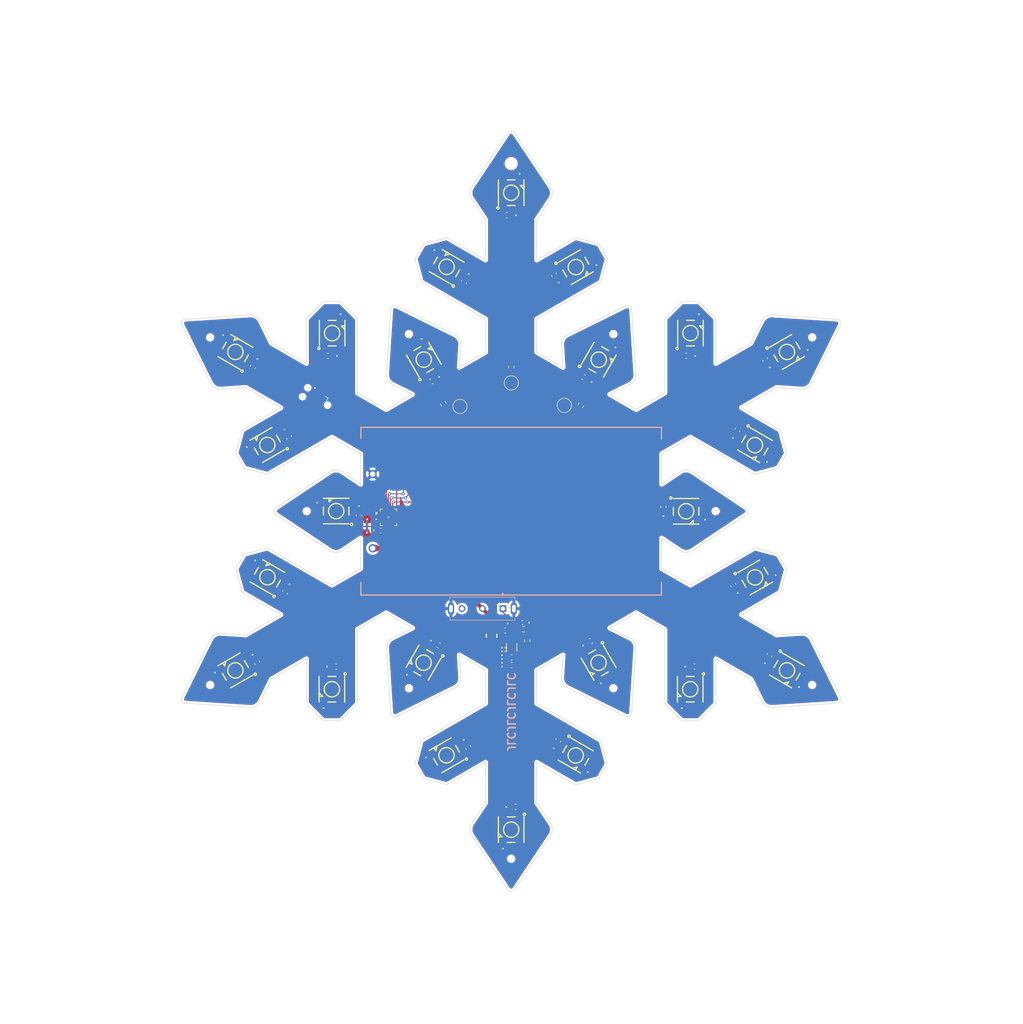
<source format=kicad_pcb>
(kicad_pcb (version 20241229) (generator "pcbnew") (generator_version "9.0")
  (layers (0 "F.Cu" signal) (2 "B.Cu" signal) (13 "F.Paste" user) (15 "B.Paste" user) (5 "F.SilkS" user "F.Silkscreen") (7 "B.SilkS" user "B.Silkscreen") (1 "F.Mask" user) (3 "B.Mask" user) (25 "Edge.Cuts" user))
  (net 0 "")
  (net 1 "/BAT+")
  (net 2 "GND")
  (net 3 "+5V")
  (net 4 "Net-(U25-SW)")
  (net 5 "/DIN")
  (net 6 "/SWIO")
  (net 7 "Net-(U25-FB)")
  (net 8 "/EN")
  (net 9 "Net-(U1-DOU)")
  (net 10 "Net-(U2-DOU)")
  (net 11 "Net-(U3-DOU)")
  (net 12 "Net-(U4-DOU)")
  (net 13 "Net-(U5-DOU)")
  (net 14 "Net-(U6-DOU)")
  (net 15 "Net-(U7-DOU)")
  (net 16 "Net-(U8-DOU)")
  (net 17 "Net-(U10-DIN)")
  (net 18 "Net-(U10-DOU)")
  (net 19 "Net-(U11-DOU)")
  (net 20 "Net-(U12-DOU)")
  (net 21 "Net-(U13-DOU)")
  (net 22 "Net-(U14-DOU)")
  (net 23 "Net-(U15-DOU)")
  (net 24 "Net-(U16-DOU)")
  (net 25 "Net-(U17-DOU)")
  (net 26 "Net-(U18-DOU)")
  (net 27 "Net-(U19-DOU)")
  (net 28 "Net-(U20-DOU)")
  (net 29 "Net-(U21-DOU)")
  (net 30 "Net-(U22-DOU)")
  (net 31 "Net-(U23-DOU)")
  (net 33 "/RX")
  (net 34 "/TX")
  (net 35 "/TOUCH1")
  (net 36 "/TOUCH2")
  (net 37 "/TOUCH3")
  (net 44 "Net-(R0-Pad1)")
  (footprint "Resistor_SMD:R_0603_1608Metric" (layer "F.Cu") (at 163.629851 129.3 -120)
    (property "Reference" "R7" (hide yes))
    (property "Value" "510k")
  )
  (footprint "Capacitor_SMD:C_0603_1608Metric" (layer "F.Cu") (at 194.264922 134.12757 60)
    (property "Reference" "C12" (hide yes))
    (property "Value" "100nF")
  )
  (footprint "easyeda2kicad:LED-SMD_4P-L5.0-W5.0-TL_WS2812B-B" (layer "F.Cu") (at 115.770424 149.980701 180)
    (property "Reference" "U1" (hide yes))
    (property "Value" "TZ-5050S2RGB-5V-I4-H1")
  )
  (footprint "Capacitor_SMD:C_0603_1608Metric" (layer "F.Cu") (at 114.12161 119.601666 180)
    (property "Reference" "C4" (hide yes))
    (property "Value" "100nF")
  )
  (footprint "Capacitor_SMD:C_0603_1608Metric" (layer "F.Cu") (at 159.215445 194.833563 60)
    (property "Reference" "C18" (hide yes))
    (property "Value" "100nF")
  )
  (footprint "Capacitor_SMD:C_0603_1608Metric" (layer "F.Cu") (at 99.459408 121.806498 -120)
    (property "Reference" "C3" (hide yes))
    (property "Value" "100nF")
  )
  (footprint "easyeda2kicad:LED-SMD_4P-L5.0-W5.0-TL_WS2812B-B" (layer "F.Cu") (at 162.653331 102.251923 30)
    (property "Reference" "U8" (hide yes))
    (property "Value" "TZ-5050S2RGB-5V-I4-H1")
  )
  (footprint "snowflake:C_0402_1005Metric" (layer "F.Cu") (at 124.5 153.8 180)
    (property "Reference" "C66" (hide yes))
    (property "Value" "100nF")
  )
  (footprint "Capacitor_SMD:C_0603_1608Metric" (layer "F.Cu") (at 150.090252 180.09549 180)
    (property "Reference" "C26" (hide yes))
    (property "Value" "22uF")
  )
  (footprint "easyeda2kicad:IND-SMD_L2.5-W2.0_YXMBL252010P" (layer "F.Cu") (at 146.172176 174.371355 90)
    (property "Reference" "L1" (hide yes))
    (property "Value" "FWP252012P-1R0ML")
  )
  (footprint "MountingHole:ToolingHole_1.152mm" (layer "F.Cu") (at 91.110273 184 -60)
    (property "Reference" "REF**9" (hide yes))
    (property "Value" "ToolingHole_1.152mm")
  )
  (footprint "Resistor_SMD:R_0402_1005Metric" (layer "F.Cu") (at 152.2 171.8)
    (property "Reference" "R2" (hide yes))
    (property "Value" "100k")
  )
  (footprint "easyeda2kicad:LED-SMD_4P-L5.0-W5.0-TL_WS2812B-B" (layer "F.Cu") (at 203.953379 181.150002 -30)
    (property "Reference" "U15" (hide yes))
    (property "Value" "TZ-5050S2RGB-5V-I4-H1")
  )
  (footprint "MountingHole:ToolingHole_1.152mm" (layer "F.Cu") (at 208.889727 184 60)
    (property "Reference" "REF**2" (hide yes))
    (property "Value" "ToolingHole_1.152mm")
  )
  (footprint "Capacitor_SMD:C_0603_1608Metric" (layer "F.Cu") (at 199.686583 120.327313 120)
    (property "Reference" "C11" (hide yes))
    (property "Value" "100nF")
  )
  (footprint "MountingHole:ToolingHole_1.152mm" (layer "F.Cu") (at 190 150 180)
    (property "Reference" "REF**5" (hide yes))
    (property "Value" "ToolingHole_1.152mm")
  )
  (footprint "Connector:Tag-Connect_TC2030-IDC-NL_2x03_P1.27mm_Vertical" (layer "F.Cu") (at 111.894882 128 150)
    (property "Reference" "J3" (hide yes))
    (property "Value" "TC2030")
  )
  (footprint "MountingHole:ToolingHole_1.152mm" (layer "F.Cu") (at 130 184.641016 60)
    (property "Reference" "REF**1" (hide yes))
    (property "Value" "ToolingHole_1.152mm")
  )
  (footprint "easyeda2kicad:LED-SMD_4P-L5.0-W5.0-TL_WS2812B-B" (layer "F.Cu") (at 167.098074 179.65333 -60)
    (property "Reference" "U17" (hide yes))
    (property "Value" "TZ-5050S2RGB-5V-I4-H1")
  )
  (footprint "MountingHole:ToolingHole_1.152mm" (layer "F.Cu") (at 170 184.641016 120)
    (property "Reference" "REF**3" (hide yes))
    (property "Value" "ToolingHole_1.152mm")
  )
  (footprint "easyeda2kicad:LED-SMD_4P-L5.0-W5.0-TL_WS2812B-B" (layer "F.Cu") (at 167.131499 120.365966 60)
    (property "Reference" "U9" (hide yes))
    (property "Value" "TZ-5050S2RGB-5V-I4-H1")
  )
  (footprint "MountingHole:ToolingHole_1.152mm" (layer "F.Cu") (at 150 218)
    (property "Reference" "REF**" (hide yes))
    (property "Value" "ToolingHole_1.152mm")
  )
  (footprint "easyeda2kicad:LED-SMD_4P-L5.0-W5.0-TL_WS2812B-B" (layer "F.Cu") (at 96.046616 181.149995 -150)
    (property "Reference" "U23" (hide yes))
    (property "Value" "TZ-5050S2RGB-5V-I4-H1")
  )
  (footprint "Package_DFN_QFN:QFN-20-1EP_3x3mm_P0.4mm_EP1.65x1.65mm" (layer "F.Cu") (at 126 151.2)
    (property "Reference" "U26" (hide yes))
    (property "Value" "CH32V003F4U6")
  )
  (footprint "Capacitor_SMD:C_0603_1608Metric" (layer "F.Cu") (at 106.565271 135.564026 -60)
    (property "Reference" "C2" (hide yes))
    (property "Value" "100nF")
  )
  (footprint "Capacitor_SMD:C_0603_1608Metric" (layer "F.Cu") (at 193.434727 164.435972 120)
    (property "Reference" "C14" (hide yes))
    (property "Value" "100nF")
  )
  (footprint "Resistor_SMD:R_0603_1608Metric" (layer "F.Cu") (at 136.729927 128.966709 -60)
    (property "Reference" "R5" (hide yes))
    (property "Value" "510k")
  )
  (footprint "Capacitor_SMD:C_0603_1608Metric" (layer "F.Cu") (at 135.824999 176.221243 -30)
    (property "Reference" "C21" (hide yes))
    (property "Value" "100nF")
  )
  (footprint "easyeda2kicad:LED-SMD_4P-L5.0-W5.0-TL_WS2812B-B" (layer "F.Cu") (at 137.346667 197.748074 -150)
    (property "Reference" "U20" (hide yes))
    (property "Value" "TZ-5050S2RGB-5V-I4-H1")
  )
  (footprint "easyeda2kicad:LED-SMD_4P-L5.0-W5.0-TL_WS2812B-B" (layer "F.Cu") (at 184.229575 150.019295)
    (property "Reference" "U13" (hide yes))
    (property "Value" "TZ-5050S2RGB-5V-I4-H1")
  )
  (footprint "easyeda2kicad:LED-SMD_4P-L5.0-W5.0-TL_WS2812B-B" (layer "F.Cu") (at 149.999996 212.299996 -90)
    (property "Reference" "U19" (hide yes))
    (property "Value" "TZ-5050S2RGB-5V-I4-H1")
  )
  (footprint "easyeda2kicad:LED-SMD_4P-L5.0-W5.0-TL_WS2812B-B" (layer "F.Cu") (at 114.926709 184.831405 -90)
    (property "Reference" "U22" (hide yes))
    (property "Value" "TZ-5050S2RGB-5V-I4-H1")
  )
  (footprint "easyeda2kicad:LED-SMD_4P-L5.0-W5.0-TL_WS2812B-B" (layer "F.Cu") (at 203.953382 118.850003 30)
    (property "Reference" "U11" (hide yes))
    (property "Value" "TZ-5050S2RGB-5V-I4-H1")
  )
  (footprint "easyeda2kicad:LED-SMD_4P-L5.0-W5.0-TL_WS2812B-B" (layer "F.Cu") (at 162.628236 197.790063 -30)
    (property "Reference" "U18" (hide yes))
    (property "Value" "TZ-5050S2RGB-5V-I4-H1")
  )
  (footprint "Capacitor_SMD:C_0603_1608Metric" (layer "F.Cu") (at 100.313416 179.672685 -60)
    (property "Reference" "C23" (hide yes))
    (property "Value" "100nF")
  )
  (footprint "easyeda2kicad:LED-SMD_4P-L5.0-W5.0-TL_WS2812B-B" (layer "F.Cu") (at 96.04662 118.849997 150)
    (property "Reference" "U3" (hide yes))
    (property "Value" "TZ-5050S2RGB-5V-I4-H1")
  )
  (footprint "snowflake:TestPoint_Pad_D2.0mm" (layer "F.Cu") (at 150.023377 124.908537 90)
    (property "Reference" "TP6" (hide yes))
    (property "Value" "Touch2")
  )
  (footprint "Capacitor_SMD:C_0603_1608Metric" (layer "F.Cu") (at 105.735076 165.872429 -120)
    (property "Reference" "C24" (hide yes))
    (property "Value" "100nF")
  )
  (footprint "easyeda2kicad:LED-SMD_4P-L5.0-W5.0-TL_WS2812B-B" (layer "F.Cu") (at 137.371763 102.209935 150)
    (property "Reference" "U6" (hide yes))
    (property "Value" "TZ-5050S2RGB-5V-I4-H1")
  )
  (footprint "easyeda2kicad:LED-SMD_4P-L5.0-W5.0-TL_WS2812B-B" (layer "F.Cu") (at 132.901924 120.346668 120)
    (property "Reference" "U5" (hide yes))
    (property "Value" "TZ-5050S2RGB-5V-I4-H1")
  )
  (footprint "easyeda2kicad:LED-SMD_4P-L5.0-W5.0-TL_WS2812B-B" (layer "F.Cu") (at 102.298472 137.041341 -150)
    (property "Reference" "U2" (hide yes))
    (property "Value" "TZ-5050S2RGB-5V-I4-H1")
  )
  (footprint "Resistor_SMD:R_0603_1608Metric" (layer "F.Cu") (at 152.434577 173.083914 180)
    (property "Reference" "R1" (hide yes))
    (property "Value" "220k")
  )
  (footprint "easyeda2kicad:LED-SMD_4P-L5.0-W5.0-TL_WS2812B-B" (layer "F.Cu") (at 197.677712 137.084068 -30)
    (property "Reference" "U12" (hide yes))
    (property "Value" "TZ-5050S2RGB-5V-I4-H1")
  )
  (footprint "MountingHole:MountingHole_2.1mm" (layer "F.Cu") (at 150 82 180)
    (property "Reference" "REF**6" (hide yes))
    (property "Value" "MountingHole_2.1mm")
  )
  (footprint "Capacitor_SMD:C_0603_1608Metric" (layer "F.Cu") (at 148.821193 173.32134 180)
    (property "Reference" "C27" (hide yes))
    (property "Value" "10uF")
  )
  (footprint "Resistor_SMD:R_0603_1608Metric" (layer "F.Cu") (at 153.165353 175.383977 -90)
    (property "Reference" "R0" (hide yes))
    (property "Value" "510k")
  )
  (footprint "easyeda2kicad:LED-SMD_4P-L5.0-W5.0-TL_WS2812B-B" (layer "F.Cu") (at 132.868499 179.634032 -120)
    (property "Reference" "U21" (hide yes))
    (property "Value" "TZ-5050S2RGB-5V-I4-H1")
  )
  (footprint "Capacitor_SMD:C_0603_1608Metric" (layer "F.Cu") (at 165.620762 175.386532 30)
    (property "Reference" "C17" (hide yes))
    (property "Value" "100nF")
  )
  (footprint "Capacitor_SMD:C_0603_1608Metric" (layer "F.Cu") (at 115.780717 180.397591)
    (property "Reference" "C22" (hide yes))
    (property "Value" "100nF")
  )
  (footprint "snowflake:TestPoint_Pad_D2.0mm" (layer "F.Cu") (at 139.98118 129.518819 90)
    (property "Reference" "TP5" (hide yes))
    (property "Value" "Touch1")
  )
  (footprint "snowflake:VQFN-7_L2.0-W2.0-P0.55-TL_RWU" (layer "F.Cu") (at 150.089851 176.200497 90)
    (property "Reference" "U25" (hide yes))
    (property "Value" "TPS61022")
  )
  (footprint "Capacitor_SMD:C_0603_1608Metric" (layer "F.Cu") (at 140.784554 105.166435 -120)
    (property "Reference" "C6" (hide yes))
    (property "Value" "100nF")
  )
  (footprint "Capacitor_SMD:C_0603_1608Metric" (layer "F.Cu") (at 185.878388 180.398332)
    (property "Reference" "C16" (hide yes))
    (property "Value" "100nF")
  )
  (footprint "MountingHole:ToolingHole_1.152mm" (layer "F.Cu") (at 110 150)
    (property "Reference" "REF**" (hide yes))
    (property "Value" "ToolingHole_1.152mm")
  )
  (footprint "Capacitor_SMD:C_0603_1608Metric" (layer "F.Cu") (at 184.219282 119.602408 180)
    (property "Reference" "C10" (hide yes))
    (property "Value" "100nF")
  )
  (footprint "easyeda2kicad:LED-SMD_4P-L5.0-W5.0-TL_WS2812B-B" (layer "F.Cu") (at 102.322285 162.91593 150)
    (property "Reference" "U24" (hide yes))
    (property "Value" "TZ-5050S2RGB-5V-I4-H1")
  )
  (footprint "MountingHole:ToolingHole_1.152mm" (layer "F.Cu") (at 91.110273 116 -120)
    (property "Reference" "REF**7" (hide yes))
    (property "Value" "ToolingHole_1.152mm")
  )
  (footprint "MountingHole:ToolingHole_1.152mm" (layer "F.Cu") (at 170 115.358984 -120)
    (property "Reference" "REF**8" (hide yes))
    (property "Value" "ToolingHole_1.152mm")
  )
  (footprint "Capacitor_SMD:C_0603_1608Metric" (layer "F.Cu") (at 150.08639 178.608442 180)
    (property "Reference" "C25" (hide yes))
    (property "Value" "22uF")
  )
  (footprint "easyeda2kicad:LED-SMD_4P-L5.0-W5.0-TL_WS2812B-B" (layer "F.Cu") (at 150.000003 87.700001 90)
    (property "Reference" "U7" (hide yes))
    (property "Value" "TZ-5050S2RGB-5V-I4-H1")
  )
  (footprint "Capacitor_SMD:C_0603_1608Metric" (layer "F.Cu") (at 149.145992 92.133812 180)
    (property "Reference" "C7" (hide yes))
    (property "Value" "100nF")
  )
  (footprint "Capacitor_SMD:C_0603_1608Metric" (layer "F.Cu") (at 120.204236 150.83471 -90)
    (property "Reference" "C1" (hide yes))
    (property "Value" "100nF")
  )
  (footprint "Resistor_SMD:R_0603_1608Metric" (layer "F.Cu") (at 150.034986 121.790057 -90)
    (property "Reference" "R6" (hide yes))
    (property "Value" "510k")
  )
  (footprint "easyeda2kicad:LED-SMD_4P-L5.0-W5.0-TL_WS2812B-B" (layer "F.Cu") (at 114.975618 115.167854 90)
    (property "Reference" "U4" (hide yes))
    (property "Value" "TZ-5050S2RGB-5V-I4-H1")
  )
  (footprint "Capacitor_SMD:C_0603_1608Metric" (layer "F.Cu") (at 164.175 123.778755 150)
    (property "Reference" "C9" (hide yes))
    (property "Value" "100nF")
  )
  (footprint "Capacitor_SMD:C_0603_1608Metric" (layer "F.Cu") (at 179.795763 149.165288 90)
    (property "Reference" "C13" (hide yes))
    (property "Value" "100nF")
  )
  (footprint "easyeda2kicad:LED-SMD_4P-L5.0-W5.0-TL_WS2812B-B" (layer "F.Cu") (at 185.07329 115.168593 90)
    (property "Reference" "U10" (hide yes))
    (property "Value" "TZ-5050S2RGB-5V-I4-H1")
  )
  (footprint "Capacitor_SMD:C_0603_1608Metric" (layer "F.Cu") (at 141.613465 196.270762 -60)
    (property "Reference" "C20" (hide yes))
    (property "Value" "100nF")
  )
  (footprint "Capacitor_SMD:C_0603_1608Metric" (layer "F.Cu") (at 158.386533 103.729235 120)
    (property "Reference" "C8" (hide yes))
    (property "Value" "100nF")
  )
  (footprint "Capacitor_SMD:C_0603_1608Metric" (layer "F.Cu") (at 134.379237 124.613466 -150)
    (property "Reference" "C5" (hide yes))
    (property "Value" "100nF")
  )
  (footprint "MountingHole:ToolingHole_1.152mm" (layer "F.Cu") (at 208.889727 116 120)
    (property "Reference" "REF**4" (hide yes))
    (property "Value" "ToolingHole_1.152mm")
  )
  (footprint "Capacitor_SMD:C_0603_1608Metric" (layer "F.Cu") (at 150.854007 207.866186)
    (property "Reference" "C19" (hide yes))
    (property "Value" "100nF")
  )
  (footprint "easyeda2kicad:LED-SMD_4P-L5.0-W5.0-TL_WS2812B-B" (layer "F.Cu") (at 197.701527 162.958657 30)
    (property "Reference" "U14" (hide yes))
    (property "Value" "TZ-5050S2RGB-5V-I4-H1")
  )
  (footprint "easyeda2kicad:LED-SMD_4P-L5.0-W5.0-TL_WS2812B-B" (layer "F.Cu") (at 185.02438 184.832144 -90)
    (property "Reference" "U16" (hide yes))
    (property "Value" "TZ-5050S2RGB-5V-I4-H1")
  )
  (footprint "snowflake:TestPoint_Pad_D2.0mm" (layer "F.Cu") (at 160.4 129.3 90)
    (property "Reference" "TP7" (hide yes))
    (property "Value" "Touch3")
  )
  (footprint "Capacitor_SMD:C_0603_1608Metric" (layer "F.Cu") (at 200.540591 178.1935 60)
    (property "Reference" "C15" (hide yes))
    (property "Value" "100nF")
  )
  (footprint "MountingHole:ToolingHole_1.152mm" (layer "F.Cu") (at 130 115.358984 -60)
    (property "Reference" "REF**10" (hide yes))
    (property "Value" "ToolingHole_1.152mm")
  )
  (footprint "snowflake:BAT-TH_2P-P14.50_2462" (layer "B.Cu") (at 149.999999 149.999999 180)
    (property "Reference" "BAT1" (hide yes))
    (property "Value" "2462")
  )
  (footprint "Digikey:SW_SLW-1277545-3A-RA-N-D" (layer "B.Cu") (at 144.380402 169.065795 180)
    (property "Reference" "S1" (hide yes))
    (property "Value" "SLW-1277545-3A-RA-N-D")
  )
  (gr_line (start 173.7616 124.8335) (end 174.1146 124.3745) (stroke (width 0.1)) (layer "Edge.Cuts"))
  (gr_line (start 104.0831 150.707107) (end 114.6897 157.77817) (stroke (width 0.1)) (layer "Edge.Cuts"))
  (gr_line (start 208.7368 174.9303) (end 208.4238 174.4992) (stroke (width 0.1)) (layer "Edge.Cuts"))
  (gr_line (start 185.3103 157.77817) (end 195.9169 150.707107) (stroke (width 0.1)) (layer "Edge.Cuts"))
  (gr_line (start 208.4238 174.4992) (end 207.9647 174.1463) (stroke (width 0.1)) (layer "Edge.Cuts"))
  (gr_line (start 85.8764 112.5363) (end 85.5862 112.8107) (stroke (width 0.1)) (layer "Edge.Cuts"))
  (gr_line (start 103.7579 149.617317) (end 103.6438 150) (stroke (width 0.1)) (layer "Edge.Cuts"))
  (gr_line (start 92.0353 174.1463) (end 91.5762 174.4992) (stroke (width 0.1)) (layer "Edge.Cuts"))
  (gr_line (start 137.4104 203.519) (end 145 199.1371) (stroke (width 0.1)) (layer "Edge.Cuts"))
  (gr_line (start 139.8649 183.6966) (end 140.08602 183.1614) (stroke (width 0.1)) (layer "Edge.Cuts"))
  (gr_line (start 180.054 173.1252) (end 180.054 187.6625) (stroke (width 0.1)) (layer "Edge.Cuts"))
  (gr_line (start 102.3564 157.19629) (end 97.803 158.41637) (stroke (width 0.1)) (layer "Edge.Cuts"))
  (gr_line (start 132.8569 97.7011) (end 131.1903 100.5878) (stroke (width 0.1)) (layer "Edge.Cuts"))
  (gr_line (start 162.5896 203.519) (end 167.1431 202.2989) (stroke (width 0.1)) (layer "Edge.Cuts"))
  (gr_line (start 169.2969 172.859) (end 174.4449 169.8868) (stroke (width 0.1)) (layer "Edge.Cuts"))
  (gr_line (start 199.1216 187.3418) (end 199.4346 187.7729) (stroke (width 0.1)) (layer "Edge.Cuts"))
  (gr_line (start 109.946 187.6625) (end 113.2794 190.9958) (stroke (width 0.1)) (layer "Edge.Cuts"))
  (gr_line (start 103.0983 182.8522) (end 109.946 178.8987) (stroke (width 0.1)) (layer "Edge.Cuts"))
  (gr_line (start 173.5708 110.5883) (end 173.4524 110.1445) (stroke (width 0.1)) (layer "Edge.Cuts"))
  (gr_line (start 98.0983 125.808) (end 104.946 129.7616) (stroke (width 0.1)) (layer "Edge.Cuts"))
  (gr_line (start 173.5708 189.4117) (end 174.3912 176.6905) (stroke (width 0.1)) (layer "Edge.Cuts"))
  (gr_line (start 116.6127 109.0042) (end 113.2794 109.0042) (stroke (width 0.1)) (layer "Edge.Cuts"))
  (gr_line (start 184.8237 142.00505) (end 184.2496 141.92893) (stroke (width 0.1)) (layer "Edge.Cuts"))
  (gr_line (start 155 181.1132) (end 160.148 178.141) (stroke (width 0.1)) (layer "Edge.Cuts"))
  (gr_line (start 99.0413 188.4025) (end 99.5712 188.3469) (stroke (width 0.1)) (layer "Edge.Cuts"))
  (gr_line (start 167.5896 194.8587) (end 155 187.5901) (stroke (width 0.1)) (layer "Edge.Cuts"))
  (gr_line (start 116.6127 190.9958) (end 119.946 187.6625) (stroke (width 0.1)) (layer "Edge.Cuts"))
  (gr_line (start 214.3869 186.3573) (end 208.7368 174.9303) (stroke (width 0.1)) (layer "Edge.Cuts"))
  (gr_line (start 150.382683 224.2645) (end 150.707107 223.9393) (stroke (width 0.1)) (layer "Edge.Cuts"))
  (gr_line (start 97.3564 165.8565) (end 104.946 170.2384) (stroke (width 0.1)) (layer "Edge.Cuts"))
  (gr_line (start 157.99495 88.3019) (end 158.07107 87.7279) (stroke (width 0.1)) (layer "Edge.Cuts"))
  (gr_line (start 214.4138 187.1893) (end 214.5063 186.8008) (stroke (width 0.1)) (layer "Edge.Cuts"))
  (gr_line (start 97.803 158.41637) (end 96.1363 161.3031) (stroke (width 0.1)) (layer "Edge.Cuts"))
  (gr_line (start 145 187.5901) (end 132.4104 194.8587) (stroke (width 0.1)) (layer "Edge.Cuts"))
  (gr_line (start 157.99495 211.6981) (end 157.77817 211.2114) (stroke (width 0.1)) (layer "Edge.Cuts"))
  (gr_line (start 197.6436 142.80371) (end 202.197 141.58363) (stroke (width 0.1)) (layer "Edge.Cuts"))
  (gr_line (start 157.77817 213.3327) (end 157.99495 212.8461) (stroke (width 0.1)) (layer "Edge.Cuts"))
  (gr_line (start 186.7206 109.0042) (end 183.3873 109.0042) (stroke (width 0.1)) (layer "Edge.Cuts"))
  (gr_line (start 99.5712 188.3469) (end 100.1063 188.1258) (stroke (width 0.1)) (layer "Edge.Cuts"))
  (gr_line (start 186.7206 190.9958) (end 190.054 187.6625) (stroke (width 0.1)) (layer "Edge.Cuts"))
  (gr_line (start 174.3912 176.6905) (end 174.3357 176.1607) (stroke (width 0.1)) (layer "Edge.Cuts"))
  (gr_line (start 145 100.8629) (end 137.4104 96.481) (stroke (width 0.1)) (layer "Edge.Cuts"))
  (gr_line (start 155 187.5901) (end 155 181.1132) (stroke (width 0.1)) (layer "Edge.Cuts"))
  (gr_line (start 199.1216 112.6582) (end 196.9017 117.1478) (stroke (width 0.1)) (layer "Edge.Cuts"))
  (gr_line (start 208.4238 125.5008) (end 208.7368 125.0697) (stroke (width 0.1)) (layer "Edge.Cuts"))
  (gr_line (start 100.5654 112.2271) (end 100.1063 111.8742) (stroke (width 0.1)) (layer "Edge.Cuts"))
  (gr_line (start 93.1003 173.8696) (end 92.5704 173.9252) (stroke (width 0.1)) (layer "Edge.Cuts"))
  (gr_line (start 127.2104 190.2381) (end 127.6539 190.1188) (stroke (width 0.1)) (layer "Edge.Cuts"))
  (gr_line (start 160.1351 183.6966) (end 160.488 184.1557) (stroke (width 0.1)) (layer "Edge.Cuts"))
  (gr_line (start 85.5862 187.1893) (end 85.8764 187.4637) (stroke (width 0.1)) (layer "Edge.Cuts"))
  (gr_line (start 202.197 141.58363) (end 203.8637 138.6969) (stroke (width 0.1)) (layer "Edge.Cuts"))
  (gr_line (start 195.9169 150.707107) (end 196.2421 150.382683) (stroke (width 0.1)) (layer "Edge.Cuts"))
  (gr_line (start 104.946 170.2384) (end 98.0983 174.192) (stroke (width 0.1)) (layer "Edge.Cuts"))
  (gr_line (start 141.92893 87.7279) (end 142.00505 88.3019) (stroke (width 0.1)) (layer "Edge.Cuts"))
  (gr_line (start 199.8937 111.8742) (end 199.4346 112.2271) (stroke (width 0.1)) (layer "Edge.Cuts"))
  (gr_line (start 167.1431 202.2989) (end 168.8097 199.4122) (stroke (width 0.1)) (layer "Edge.Cuts"))
  (gr_line (start 142.22183 88.7886) (end 145 92.9558) (stroke (width 0.1)) (layer "Edge.Cuts"))
  (gr_line (start 140.08602 116.8386) (end 139.8649 116.3034) (stroke (width 0.1)) (layer "Edge.Cuts"))
  (gr_line (start 157.77817 211.2114) (end 155 207.0442) (stroke (width 0.1)) (layer "Edge.Cuts"))
  (gr_line (start 132.8569 202.2989) (end 137.4104 203.519) (stroke (width 0.1)) (layer "Edge.Cuts"))
  (gr_line (start 85.4937 186.8008) (end 85.5862 187.1893) (stroke (width 0.1)) (layer "Edge.Cuts"))
  (gr_line (start 160.488 184.1557) (end 160.9191 184.4687) (stroke (width 0.1)) (layer "Edge.Cuts"))
  (gr_line (start 214.4138 112.8107) (end 214.1236 112.5363) (stroke (width 0.1)) (layer "Edge.Cuts"))
  (gr_line (start 173.1781 190.1457) (end 173.4524 189.8555) (stroke (width 0.1)) (layer "Edge.Cuts"))
  (gr_line (start 183.3873 190.9958) (end 186.7206 190.9958) (stroke (width 0.1)) (layer "Edge.Cuts"))
  (gr_line (start 155 207.0442) (end 155 199.1371) (stroke (width 0.1)) (layer "Edge.Cuts"))
  (gr_line (start 184.2496 141.92893) (end 183.6756 142.00505) (stroke (width 0.1)) (layer "Edge.Cuts"))
  (gr_line (start 140.14161 182.6316) (end 139.852 178.141) (stroke (width 0.1)) (layer "Edge.Cuts"))
  (gr_line (start 126.6694 125.1466) (end 130.7031 127.141) (stroke (width 0.1)) (layer "Edge.Cuts"))
  (gr_line (start 157.77817 88.7886) (end 157.99495 88.3019) (stroke (width 0.1)) (layer "Edge.Cuts"))
  (gr_line (start 116.3244 142.00505) (end 115.7504 141.92893) (stroke (width 0.1)) (layer "Edge.Cuts"))
  (gr_line (start 126.5476 189.8555) (end 126.8219 190.1457) (stroke (width 0.1)) (layer "Edge.Cuts"))
  (gr_line (start 155 92.9558) (end 157.77817 88.7886) (stroke (width 0.1)) (layer "Edge.Cuts"))
  (gr_line (start 92.5704 126.0748) (end 93.1003 126.1304) (stroke (width 0.1)) (layer "Edge.Cuts"))
  (gr_line (start 160.148 121.859) (end 155 118.8868) (stroke (width 0.1)) (layer "Edge.Cuts"))
  (gr_line (start 172.7896 190.2381) (end 173.1781 190.1457) (stroke (width 0.1)) (layer "Edge.Cuts"))
  (gr_line (start 119.946 112.3375) (end 116.6127 109.0042) (stroke (width 0.1)) (layer "Edge.Cuts"))
  (gr_line (start 115.7504 141.92893) (end 115.1763 142.00505) (stroke (width 0.1)) (layer "Edge.Cuts"))
  (gr_line (start 174.3912 123.3095) (end 173.5708 110.5883) (stroke (width 0.1)) (layer "Edge.Cuts"))
  (gr_line (start 183.189 157.77817) (end 183.6756 157.99495) (stroke (width 0.1)) (layer "Edge.Cuts"))
  (gr_line (start 125.6643 123.8393) (end 125.8854 124.3745) (stroke (width 0.1)) (layer "Edge.Cuts"))
  (gr_line (start 139.0809 184.4687) (end 139.512 184.1557) (stroke (width 0.1)) (layer "Edge.Cuts"))
  (gr_line (start 100.1063 111.8742) (end 99.5712 111.6531) (stroke (width 0.1)) (layer "Edge.Cuts"))
  (gr_line (start 184.8237 157.99495) (end 185.3103 157.77817) (stroke (width 0.1)) (layer "Edge.Cuts"))
  (gr_line (start 99.5712 111.6531) (end 99.0413 111.5975) (stroke (width 0.1)) (layer "Edge.Cuts"))
  (gr_line (start 172.3461 190.1188) (end 172.7896 190.2381) (stroke (width 0.1)) (layer "Edge.Cuts"))
  (gr_line (start 200.4288 188.3469) (end 200.9587 188.4025) (stroke (width 0.1)) (layer "Edge.Cuts"))
  (gr_line (start 157.99495 212.8461) (end 158.07107 212.2721) (stroke (width 0.1)) (layer "Edge.Cuts"))
  (gr_line (start 139.852 121.859) (end 140.14161 117.3684) (stroke (width 0.1)) (layer "Edge.Cuts"))
  (gr_line (start 126.8219 190.1457) (end 127.2104 190.2381) (stroke (width 0.1)) (layer "Edge.Cuts"))
  (gr_line (start 109.946 121.1013) (end 103.0983 117.1478) (stroke (width 0.1)) (layer "Edge.Cuts"))
  (gr_line (start 100.1063 188.1258) (end 100.5654 187.7729) (stroke (width 0.1)) (layer "Edge.Cuts"))
  (gr_line (start 119.946 126.8748) (end 119.946 112.3375) (stroke (width 0.1)) (layer "Edge.Cuts"))
  (gr_line (start 174.1146 124.3745) (end 174.3357 123.8393) (stroke (width 0.1)) (layer "Edge.Cuts"))
  (gr_line (start 120.5551 138.7735) (end 120.5551 144.7179) (stroke (width 0.1)) (layer "Edge.Cuts"))
  (gr_line (start 168.8097 100.5878) (end 167.1431 97.7011) (stroke (width 0.1)) (layer "Edge.Cuts"))
  (gr_line (start 127.6539 190.1188) (end 139.0809 184.4687) (stroke (width 0.1)) (layer "Edge.Cuts"))
  (gr_line (start 179.4449 144.7179) (end 179.4449 138.7735) (stroke (width 0.1)) (layer "Edge.Cuts"))
  (gr_line (start 159.91398 116.8386) (end 159.85839 117.3684) (stroke (width 0.1)) (layer "Edge.Cuts"))
  (gr_line (start 125.8854 175.6255) (end 125.6643 176.1607) (stroke (width 0.1)) (layer "Edge.Cuts"))
  (gr_line (start 131.1903 100.5878) (end 132.4104 105.1413) (stroke (width 0.1)) (layer "Edge.Cuts"))
  (gr_line (start 126.2384 124.8335) (end 126.6694 125.1466) (stroke (width 0.1)) (layer "Edge.Cuts"))
  (gr_line (start 85.4937 113.1992) (end 85.6131 113.6427) (stroke (width 0.1)) (layer "Edge.Cuts"))
  (gr_line (start 142.00505 87.1539) (end 141.92893 87.7279) (stroke (width 0.1)) (layer "Edge.Cuts"))
  (gr_line (start 100.5654 187.7729) (end 100.8784 187.3418) (stroke (width 0.1)) (layer "Edge.Cuts"))
  (gr_line (start 119.946 187.6625) (end 119.946 173.1252) (stroke (width 0.1)) (layer "Edge.Cuts"))
  (gr_line (start 196.9017 117.1478) (end 190.054 121.1013) (stroke (width 0.1)) (layer "Edge.Cuts"))
  (gr_line (start 196.3562 150) (end 196.2421 149.617317) (stroke (width 0.1)) (layer "Edge.Cuts"))
  (gr_line (start 125.8854 124.3745) (end 126.2384 124.8335) (stroke (width 0.1)) (layer "Edge.Cuts"))
  (gr_line (start 206.8997 126.1304) (end 207.4296 126.0748) (stroke (width 0.1)) (layer "Edge.Cuts"))
  (gr_line (start 150 75.6213) (end 149.617317 75.7355) (stroke (width 0.1)) (layer "Edge.Cuts"))
  (gr_line (start 149.617317 75.7355) (end 149.292893 76.0607) (stroke (width 0.1)) (layer "Edge.Cuts"))
  (gr_line (start 190.054 112.3375) (end 186.7206 109.0042) (stroke (width 0.1)) (layer "Edge.Cuts"))
  (gr_line (start 91.2632 174.9303) (end 85.6131 186.3573) (stroke (width 0.1)) (layer "Edge.Cuts"))
  (gr_line (start 174.4449 130.1132) (end 169.2969 127.141) (stroke (width 0.1)) (layer "Edge.Cuts"))
  (gr_line (start 93.1003 126.1304) (end 98.0983 125.808) (stroke (width 0.1)) (layer "Edge.Cuts"))
  (gr_line (start 179.4449 161.2265) (end 179.4449 155.2821) (stroke (width 0.1)) (layer "Edge.Cuts"))
  (gr_line (start 173.1781 109.8543) (end 172.7896 109.7619) (stroke (width 0.1)) (layer "Edge.Cuts"))
  (gr_line (start 214.1236 187.4637) (end 214.4138 187.1893) (stroke (width 0.1)) (layer "Edge.Cuts"))
  (gr_line (start 125.6088 123.3095) (end 125.6643 123.8393) (stroke (width 0.1)) (layer "Edge.Cuts"))
  (gr_line (start 179.4449 138.7735) (end 185.054 135.5351) (stroke (width 0.1)) (layer "Edge.Cuts"))
  (gr_line (start 127.2104 109.7619) (end 126.8219 109.8543) (stroke (width 0.1)) (layer "Edge.Cuts"))
  (gr_line (start 158.07107 87.7279) (end 157.99495 87.1539) (stroke (width 0.1)) (layer "Edge.Cuts"))
  (gr_line (start 207.9647 174.1463) (end 207.4296 173.9252) (stroke (width 0.1)) (layer "Edge.Cuts"))
  (gr_line (start 102.3564 142.80371) (end 114.946 135.5351) (stroke (width 0.1)) (layer "Edge.Cuts"))
  (gr_line (start 213.6798 112.418) (end 200.9587 111.5975) (stroke (width 0.1)) (layer "Edge.Cuts"))
  (gr_line (start 173.4524 189.8555) (end 173.5708 189.4117) (stroke (width 0.1)) (layer "Edge.Cuts"))
  (gr_line (start 185.054 164.4649) (end 179.4449 161.2265) (stroke (width 0.1)) (layer "Edge.Cuts"))
  (gr_line (start 92.0353 125.8537) (end 92.5704 126.0748) (stroke (width 0.1)) (layer "Edge.Cuts"))
  (gr_line (start 125.6643 176.1607) (end 125.6088 176.6905) (stroke (width 0.1)) (layer "Edge.Cuts"))
  (gr_line (start 103.6438 150) (end 103.7579 150.382683) (stroke (width 0.1)) (layer "Edge.Cuts"))
  (gr_line (start 150.707107 76.0607) (end 150.382683 75.7355) (stroke (width 0.1)) (layer "Edge.Cuts"))
  (gr_line (start 155 118.8868) (end 155 112.4099) (stroke (width 0.1)) (layer "Edge.Cuts"))
  (gr_line (start 185.054 135.5351) (end 197.6436 142.80371) (stroke (width 0.1)) (layer "Edge.Cuts"))
  (gr_line (start 114.946 164.4649) (end 102.3564 157.19629) (stroke (width 0.1)) (layer "Edge.Cuts"))
  (gr_line (start 149.292893 76.0607) (end 142.22183 86.6673) (stroke (width 0.1)) (layer "Edge.Cuts"))
  (gr_line (start 142.22183 211.2114) (end 142.00505 211.6981) (stroke (width 0.1)) (layer "Edge.Cuts"))
  (gr_line (start 195.054 129.7616) (end 201.9017 125.808) (stroke (width 0.1)) (layer "Edge.Cuts"))
  (gr_line (start 172.7896 109.7619) (end 172.3461 109.8812) (stroke (width 0.1)) (layer "Edge.Cuts"))
  (gr_line (start 140.08602 183.1614) (end 140.14161 182.6316) (stroke (width 0.1)) (layer "Edge.Cuts"))
  (gr_line (start 126.2384 175.1665) (end 125.8854 175.6255) (stroke (width 0.1)) (layer "Edge.Cuts"))
  (gr_line (start 160.1351 116.3034) (end 159.91398 116.8386) (stroke (width 0.1)) (layer "Edge.Cuts"))
  (gr_line (start 113.2794 109.0042) (end 109.946 112.3375) (stroke (width 0.1)) (layer "Edge.Cuts"))
  (gr_line (start 130.7031 172.859) (end 126.6694 174.8534) (stroke (width 0.1)) (layer "Edge.Cuts"))
  (gr_line (start 199.4346 112.2271) (end 199.1216 112.6582) (stroke (width 0.1)) (layer "Edge.Cuts"))
  (gr_line (start 155 100.8629) (end 155 92.9558) (stroke (width 0.1)) (layer "Edge.Cuts"))
  (gr_line (start 190.054 178.8987) (end 196.9017 182.8522) (stroke (width 0.1)) (layer "Edge.Cuts"))
  (gr_line (start 184.2496 158.07107) (end 184.8237 157.99495) (stroke (width 0.1)) (layer "Edge.Cuts"))
  (gr_line (start 145 207.0442) (end 142.22183 211.2114) (stroke (width 0.1)) (layer "Edge.Cuts"))
  (gr_line (start 126.6694 174.8534) (end 126.2384 175.1665) (stroke (width 0.1)) (layer "Edge.Cuts"))
  (gr_line (start 174.3357 176.1607) (end 174.1146 175.6255) (stroke (width 0.1)) (layer "Edge.Cuts"))
  (gr_line (start 145 181.1132) (end 145 187.5901) (stroke (width 0.1)) (layer "Edge.Cuts"))
  (gr_line (start 119.946 173.1252) (end 125.5551 169.8868) (stroke (width 0.1)) (layer "Edge.Cuts"))
  (gr_line (start 183.6756 157.99495) (end 184.2496 158.07107) (stroke (width 0.1)) (layer "Edge.Cuts"))
  (gr_line (start 179.4449 155.2821) (end 183.189 157.77817) (stroke (width 0.1)) (layer "Edge.Cuts"))
  (gr_line (start 201.9017 125.808) (end 206.8997 126.1304) (stroke (width 0.1)) (layer "Edge.Cuts"))
  (gr_line (start 91.5762 125.5008) (end 92.0353 125.8537) (stroke (width 0.1)) (layer "Edge.Cuts"))
  (gr_line (start 159.85839 182.6316) (end 159.91398 183.1614) (stroke (width 0.1)) (layer "Edge.Cuts"))
  (gr_line (start 160.148 178.141) (end 159.85839 182.6316) (stroke (width 0.1)) (layer "Edge.Cuts"))
  (gr_line (start 115.7504 158.07107) (end 116.3244 157.99495) (stroke (width 0.1)) (layer "Edge.Cuts"))
  (gr_line (start 139.0809 115.5313) (end 127.6539 109.8812) (stroke (width 0.1)) (layer "Edge.Cuts"))
  (gr_line (start 85.6131 186.3573) (end 85.4937 186.8008) (stroke (width 0.1)) (layer "Edge.Cuts"))
  (gr_line (start 206.8997 173.8696) (end 201.9017 174.192) (stroke (width 0.1)) (layer "Edge.Cuts"))
  (gr_line (start 100.8784 187.3418) (end 103.0983 182.8522) (stroke (width 0.1)) (layer "Edge.Cuts"))
  (gr_line (start 200.4288 111.6531) (end 199.8937 111.8742) (stroke (width 0.1)) (layer "Edge.Cuts"))
  (gr_line (start 115.1763 157.99495) (end 115.7504 158.07107) (stroke (width 0.1)) (layer "Edge.Cuts"))
  (gr_line (start 130.7031 127.141) (end 125.5551 130.1132) (stroke (width 0.1)) (layer "Edge.Cuts"))
  (gr_line (start 97.3564 134.1435) (end 96.1363 138.6969) (stroke (width 0.1)) (layer "Edge.Cuts"))
  (gr_line (start 85.5862 112.8107) (end 85.4937 113.1992) (stroke (width 0.1)) (layer "Edge.Cuts"))
  (gr_line (start 91.2632 125.0697) (end 91.5762 125.5008) (stroke (width 0.1)) (layer "Edge.Cuts"))
  (gr_line (start 96.1363 161.3031) (end 97.3564 165.8565) (stroke (width 0.1)) (layer "Edge.Cuts"))
  (gr_line (start 202.6436 165.8565) (end 203.8637 161.3031) (stroke (width 0.1)) (layer "Edge.Cuts"))
  (gr_line (start 168.8097 199.4122) (end 167.5896 194.8587) (stroke (width 0.1)) (layer "Edge.Cuts"))
  (gr_line (start 173.3306 174.8534) (end 169.2969 172.859) (stroke (width 0.1)) (layer "Edge.Cuts"))
  (gr_line (start 85.6131 113.6427) (end 91.2632 125.0697) (stroke (width 0.1)) (layer "Edge.Cuts"))
  (gr_line (start 201.9017 174.192) (end 195.054 170.2384) (stroke (width 0.1)) (layer "Edge.Cuts"))
  (gr_line (start 86.3202 112.418) (end 85.8764 112.5363) (stroke (width 0.1)) (layer "Edge.Cuts"))
  (gr_line (start 125.5551 130.1132) (end 119.946 126.8748) (stroke (width 0.1)) (layer "Edge.Cuts"))
  (gr_line (start 160.9191 115.5313) (end 160.488 115.8443) (stroke (width 0.1)) (layer "Edge.Cuts"))
  (gr_line (start 137.4104 96.481) (end 132.8569 97.7011) (stroke (width 0.1)) (layer "Edge.Cuts"))
  (gr_line (start 127.6539 109.8812) (end 127.2104 109.7619) (stroke (width 0.1)) (layer "Edge.Cuts"))
  (gr_line (start 202.6436 134.1435) (end 195.054 129.7616) (stroke (width 0.1)) (layer "Edge.Cuts"))
  (gr_line (start 142.00505 88.3019) (end 142.22183 88.7886) (stroke (width 0.1)) (layer "Edge.Cuts"))
  (gr_line (start 200.9587 111.5975) (end 200.4288 111.6531) (stroke (width 0.1)) (layer "Edge.Cuts"))
  (gr_line (start 125.5551 169.8868) (end 130.7031 172.859) (stroke (width 0.1)) (layer "Edge.Cuts"))
  (gr_line (start 158.07107 212.2721) (end 157.99495 211.6981) (stroke (width 0.1)) (layer "Edge.Cuts"))
  (gr_line (start 131.1903 199.4122) (end 132.8569 202.2989) (stroke (width 0.1)) (layer "Edge.Cuts"))
  (gr_line (start 86.3202 187.582) (end 99.0413 188.4025) (stroke (width 0.1)) (layer "Edge.Cuts"))
  (gr_line (start 174.3357 123.8393) (end 174.3912 123.3095) (stroke (width 0.1)) (layer "Edge.Cuts"))
  (gr_line (start 200.9587 188.4025) (end 213.6798 187.582) (stroke (width 0.1)) (layer "Edge.Cuts"))
  (gr_line (start 190.054 121.1013) (end 190.054 112.3375) (stroke (width 0.1)) (layer "Edge.Cuts"))
  (gr_line (start 180.054 187.6625) (end 183.3873 190.9958) (stroke (width 0.1)) (layer "Edge.Cuts"))
  (gr_line (start 155 199.1371) (end 162.5896 203.519) (stroke (width 0.1)) (layer "Edge.Cuts"))
  (gr_line (start 97.803 141.58363) (end 102.3564 142.80371) (stroke (width 0.1)) (layer "Edge.Cuts"))
  (gr_line (start 145 92.9558) (end 145 100.8629) (stroke (width 0.1)) (layer "Edge.Cuts"))
  (gr_line (start 183.6756 142.00505) (end 183.189 142.22183) (stroke (width 0.1)) (layer "Edge.Cuts"))
  (gr_line (start 115.1763 142.00505) (end 114.6897 142.22183) (stroke (width 0.1)) (layer "Edge.Cuts"))
  (gr_line (start 214.1236 112.5363) (end 213.6798 112.418) (stroke (width 0.1)) (layer "Edge.Cuts"))
  (gr_line (start 214.3869 113.6427) (end 214.5063 113.1992) (stroke (width 0.1)) (layer "Edge.Cuts"))
  (gr_line (start 125.6088 176.6905) (end 126.4292 189.4117) (stroke (width 0.1)) (layer "Edge.Cuts"))
  (gr_line (start 196.2421 149.617317) (end 195.9169 149.292893) (stroke (width 0.1)) (layer "Edge.Cuts"))
  (gr_line (start 109.946 112.3375) (end 109.946 121.1013) (stroke (width 0.1)) (layer "Edge.Cuts"))
  (gr_line (start 114.6897 157.77817) (end 115.1763 157.99495) (stroke (width 0.1)) (layer "Edge.Cuts"))
  (gr_line (start 139.8649 116.3034) (end 139.512 115.8443) (stroke (width 0.1)) (layer "Edge.Cuts"))
  (gr_line (start 96.1363 138.6969) (end 97.803 141.58363) (stroke (width 0.1)) (layer "Edge.Cuts"))
  (gr_line (start 104.946 129.7616) (end 97.3564 134.1435) (stroke (width 0.1)) (layer "Edge.Cuts"))
  (gr_line (start 196.2421 150.382683) (end 196.3562 150) (stroke (width 0.1)) (layer "Edge.Cuts"))
  (gr_line (start 183.3873 109.0042) (end 180.054 112.3375) (stroke (width 0.1)) (layer "Edge.Cuts"))
  (gr_line (start 142.22183 86.6673) (end 142.00505 87.1539) (stroke (width 0.1)) (layer "Edge.Cuts"))
  (gr_line (start 172.3461 109.8812) (end 160.9191 115.5313) (stroke (width 0.1)) (layer "Edge.Cuts"))
  (gr_line (start 214.5063 113.1992) (end 214.4138 112.8107) (stroke (width 0.1)) (layer "Edge.Cuts"))
  (gr_line (start 139.852 178.141) (end 145 181.1132) (stroke (width 0.1)) (layer "Edge.Cuts"))
  (gr_line (start 126.4292 189.4117) (end 126.5476 189.8555) (stroke (width 0.1)) (layer "Edge.Cuts"))
  (gr_line (start 116.3244 157.99495) (end 116.811 157.77817) (stroke (width 0.1)) (layer "Edge.Cuts"))
  (gr_line (start 160.488 115.8443) (end 160.1351 116.3034) (stroke (width 0.1)) (layer "Edge.Cuts"))
  (gr_line (start 208.7368 125.0697) (end 214.3869 113.6427) (stroke (width 0.1)) (layer "Edge.Cuts"))
  (gr_line (start 203.8637 138.6969) (end 202.6436 134.1435) (stroke (width 0.1)) (layer "Edge.Cuts"))
  (gr_line (start 214.5063 186.8008) (end 214.3869 186.3573) (stroke (width 0.1)) (layer "Edge.Cuts"))
  (gr_line (start 173.4524 110.1445) (end 173.1781 109.8543) (stroke (width 0.1)) (layer "Edge.Cuts"))
  (gr_line (start 169.2969 127.141) (end 173.3306 125.1466) (stroke (width 0.1)) (layer "Edge.Cuts"))
  (gr_line (start 142.22183 213.3327) (end 149.292893 223.9393) (stroke (width 0.1)) (layer "Edge.Cuts"))
  (gr_line (start 132.4104 105.1413) (end 145 112.4099) (stroke (width 0.1)) (layer "Edge.Cuts"))
  (gr_line (start 126.8219 109.8543) (end 126.5476 110.1445) (stroke (width 0.1)) (layer "Edge.Cuts"))
  (gr_line (start 91.5762 174.4992) (end 91.2632 174.9303) (stroke (width 0.1)) (layer "Edge.Cuts"))
  (gr_line (start 145 118.8868) (end 139.852 121.859) (stroke (width 0.1)) (layer "Edge.Cuts"))
  (gr_line (start 132.4104 194.8587) (end 131.1903 199.4122) (stroke (width 0.1)) (layer "Edge.Cuts"))
  (gr_line (start 141.92893 212.2721) (end 142.00505 212.8461) (stroke (width 0.1)) (layer "Edge.Cuts"))
  (gr_line (start 149.292893 223.9393) (end 149.617317 224.2645) (stroke (width 0.1)) (layer "Edge.Cuts"))
  (gr_line (start 145 112.4099) (end 145 118.8868) (stroke (width 0.1)) (layer "Edge.Cuts"))
  (gr_line (start 114.946 135.5351) (end 120.5551 138.7735) (stroke (width 0.1)) (layer "Edge.Cuts"))
  (gr_line (start 149.617317 224.2645) (end 150 224.3787) (stroke (width 0.1)) (layer "Edge.Cuts"))
  (gr_line (start 116.811 157.77817) (end 120.5551 155.2821) (stroke (width 0.1)) (layer "Edge.Cuts"))
  (gr_line (start 116.811 142.22183) (end 116.3244 142.00505) (stroke (width 0.1)) (layer "Edge.Cuts"))
  (gr_line (start 162.5896 96.481) (end 155 100.8629) (stroke (width 0.1)) (layer "Edge.Cuts"))
  (gr_line (start 114.6897 142.22183) (end 104.0831 149.292893) (stroke (width 0.1)) (layer "Edge.Cuts"))
  (gr_line (start 139.512 115.8443) (end 139.0809 115.5313) (stroke (width 0.1)) (layer "Edge.Cuts"))
  (gr_line (start 150.382683 75.7355) (end 150 75.6213) (stroke (width 0.1)) (layer "Edge.Cuts"))
  (gr_line (start 180.054 112.3375) (end 180.054 126.8748) (stroke (width 0.1)) (layer "Edge.Cuts"))
  (gr_line (start 150.707107 223.9393) (end 157.77817 213.3327) (stroke (width 0.1)) (layer "Edge.Cuts"))
  (gr_line (start 195.054 170.2384) (end 202.6436 165.8565) (stroke (width 0.1)) (layer "Edge.Cuts"))
  (gr_line (start 140.14161 117.3684) (end 140.08602 116.8386) (stroke (width 0.1)) (layer "Edge.Cuts"))
  (gr_line (start 203.8637 161.3031) (end 202.197 158.41637) (stroke (width 0.1)) (layer "Edge.Cuts"))
  (gr_line (start 207.4296 173.9252) (end 206.8997 173.8696) (stroke (width 0.1)) (layer "Edge.Cuts"))
  (gr_line (start 173.3306 125.1466) (end 173.7616 124.8335) (stroke (width 0.1)) (layer "Edge.Cuts"))
  (gr_line (start 103.0983 117.1478) (end 100.8784 112.6582) (stroke (width 0.1)) (layer "Edge.Cuts"))
  (gr_line (start 142.00505 212.8461) (end 142.22183 213.3327) (stroke (width 0.1)) (layer "Edge.Cuts"))
  (gr_line (start 104.0831 149.292893) (end 103.7579 149.617317) (stroke (width 0.1)) (layer "Edge.Cuts"))
  (gr_line (start 160.9191 184.4687) (end 172.3461 190.1188) (stroke (width 0.1)) (layer "Edge.Cuts"))
  (gr_line (start 113.2794 190.9958) (end 116.6127 190.9958) (stroke (width 0.1)) (layer "Edge.Cuts"))
  (gr_line (start 155 112.4099) (end 167.5896 105.1413) (stroke (width 0.1)) (layer "Edge.Cuts"))
  (gr_line (start 145 199.1371) (end 145 207.0442) (stroke (width 0.1)) (layer "Edge.Cuts"))
  (gr_line (start 100.8784 112.6582) (end 100.5654 112.2271) (stroke (width 0.1)) (layer "Edge.Cuts"))
  (gr_line (start 167.1431 97.7011) (end 162.5896 96.481) (stroke (width 0.1)) (layer "Edge.Cuts"))
  (gr_line (start 173.7616 175.1665) (end 173.3306 174.8534) (stroke (width 0.1)) (layer "Edge.Cuts"))
  (gr_line (start 120.5551 161.2265) (end 114.946 164.4649) (stroke (width 0.1)) (layer "Edge.Cuts"))
  (gr_line (start 157.99495 87.1539) (end 157.77817 86.6673) (stroke (width 0.1)) (layer "Edge.Cuts"))
  (gr_line (start 207.4296 126.0748) (end 207.9647 125.8537) (stroke (width 0.1)) (layer "Edge.Cuts"))
  (gr_line (start 196.9017 182.8522) (end 199.1216 187.3418) (stroke (width 0.1)) (layer "Edge.Cuts"))
  (gr_line (start 139.512 184.1557) (end 139.8649 183.6966) (stroke (width 0.1)) (layer "Edge.Cuts"))
  (gr_line (start 150 224.3787) (end 150.382683 224.2645) (stroke (width 0.1)) (layer "Edge.Cuts"))
  (gr_line (start 197.6436 157.19629) (end 185.054 164.4649) (stroke (width 0.1)) (layer "Edge.Cuts"))
  (gr_line (start 120.5551 144.7179) (end 116.811 142.22183) (stroke (width 0.1)) (layer "Edge.Cuts"))
  (gr_line (start 185.3103 142.22183) (end 184.8237 142.00505) (stroke (width 0.1)) (layer "Edge.Cuts"))
  (gr_line (start 99.0413 111.5975) (end 86.3202 112.418) (stroke (width 0.1)) (layer "Edge.Cuts"))
  (gr_line (start 98.0983 174.192) (end 93.1003 173.8696) (stroke (width 0.1)) (layer "Edge.Cuts"))
  (gr_line (start 199.8937 188.1258) (end 200.4288 188.3469) (stroke (width 0.1)) (layer "Edge.Cuts"))
  (gr_line (start 92.5704 173.9252) (end 92.0353 174.1463) (stroke (width 0.1)) (layer "Edge.Cuts"))
  (gr_line (start 126.5476 110.1445) (end 126.4292 110.5883) (stroke (width 0.1)) (layer "Edge.Cuts"))
  (gr_line (start 142.00505 211.6981) (end 141.92893 212.2721) (stroke (width 0.1)) (layer "Edge.Cuts"))
  (gr_line (start 157.77817 86.6673) (end 150.707107 76.0607) (stroke (width 0.1)) (layer "Edge.Cuts"))
  (gr_line (start 213.6798 187.582) (end 214.1236 187.4637) (stroke (width 0.1)) (layer "Edge.Cuts"))
  (gr_line (start 202.197 158.41637) (end 197.6436 157.19629) (stroke (width 0.1)) (layer "Edge.Cuts"))
  (gr_line (start 85.8764 187.4637) (end 86.3202 187.582) (stroke (width 0.1)) (layer "Edge.Cuts"))
  (gr_line (start 159.91398 183.1614) (end 160.1351 183.6966) (stroke (width 0.1)) (layer "Edge.Cuts"))
  (gr_line (start 174.4449 169.8868) (end 180.054 173.1252) (stroke (width 0.1)) (layer "Edge.Cuts"))
  (gr_line (start 109.946 178.8987) (end 109.946 187.6625) (stroke (width 0.1)) (layer "Edge.Cuts"))
  (gr_line (start 195.9169 149.292893) (end 185.3103 142.22183) (stroke (width 0.1)) (layer "Edge.Cuts"))
  (gr_line (start 120.5551 155.2821) (end 120.5551 161.2265) (stroke (width 0.1)) (layer "Edge.Cuts"))
  (gr_line (start 180.054 126.8748) (end 174.4449 130.1132) (stroke (width 0.1)) (layer "Edge.Cuts"))
  (gr_line (start 183.189 142.22183) (end 179.4449 144.7179) (stroke (width 0.1)) (layer "Edge.Cuts"))
  (gr_line (start 207.9647 125.8537) (end 208.4238 125.5008) (stroke (width 0.1)) (layer "Edge.Cuts"))
  (gr_line (start 174.1146 175.6255) (end 173.7616 175.1665) (stroke (width 0.1)) (layer "Edge.Cuts"))
  (gr_line (start 199.4346 187.7729) (end 199.8937 188.1258) (stroke (width 0.1)) (layer "Edge.Cuts"))
  (gr_line (start 167.5896 105.1413) (end 168.8097 100.5878) (stroke (width 0.1)) (layer "Edge.Cuts"))
  (gr_line (start 103.7579 150.382683) (end 104.0831 150.707107) (stroke (width 0.1)) (layer "Edge.Cuts"))
  (gr_line (start 126.4292 110.5883) (end 125.6088 123.3095) (stroke (width 0.1)) (layer "Edge.Cuts"))
  (gr_line (start 159.85839 117.3684) (end 160.148 121.859) (stroke (width 0.1)) (layer "Edge.Cuts"))
  (gr_line (start 190.054 187.6625) (end 190.054 178.8987) (stroke (width 0.1)) (layer "Edge.Cuts"))
  (gr_text "JLCJLCJLCJLC" (at 149.108524 197.182014 270) (layer "B.SilkS") (effects (font (size 1.5 1.5) (thickness 0.3) (bold yes)) (justify left bottom mirror)))
  (segment (start 144.380402 169.065795) (end 146.2 170.9) (width 0.75) (layer "F.Cu") (net 1))
  (segment (start 122.899999 157.249999) (end 132.564606 157.249999) (width 0.75) (layer "F.Cu") (net 1))
  (segment (start 132.564606 157.249999) (end 144.380402 169.065795) (width 0.75) (layer "F.Cu") (net 1))
  (segment (start 148.046197 173.321337) (end 149.090025 175.158555) (width 0.75) (layer "F.Cu") (net 1))
  (segment (start 146.2 170.9) (end 146.172176 173.271355) (width 0.75) (layer "F.Cu") (net 1))
  (segment (start 146.172175 173.271354) (end 148.046197 173.321337) (width 0.75) (layer "F.Cu") (net 1))
  (segment (start 146.053875 173.329848) (end 146.116565 173.39254) (width 0.5) (layer "F.Cu") (net 1))
  (segment (start 106.122575 165.201259) (end 106.637082 164.310111) (width 0.2) (layer "F.Cu") (net 2))
  (segment (start 149.596193 172.296193) (end 149.3 172) (width 0.2) (layer "F.Cu") (net 2))
  (segment (start 123.12003 153.799999) (end 123.1 153.779969) (width 0.2) (layer "F.Cu") (net 2))
  (segment (start 164.846168 124.166255) (end 165.737317 124.680761) (width 0.2) (layer "F.Cu") (net 2))
  (segment (start 99.846907 121.135328) (end 100.361412 120.24418) (width 0.2) (layer "F.Cu") (net 2))
  (segment (start 116.62562 111.467853) (end 116.625621 112.717853) (width 0.2) (layer "F.Cu") (net 2))
  (segment (start 93.667324 115.571056) (end 94.749855 116.196057) (width 0.2) (layer "F.Cu") (net 2))
  (segment (start 114.89661 119.601665) (end 115.92562 119.601667) (width 0.2) (layer "F.Cu") (net 2))
  (segment (start 158.827945 195.504731) (end 158.313441 196.395879) (width 0.2) (layer "F.Cu") (net 2))
  (segment (start 179.795761 149.940288) (end 179.795761 150.969298) (width 0.2) (layer "F.Cu") (net 2))
  (segment (start 124.55 151.6) (end 125.6 151.6) (width 0.2) (layer "F.Cu") (net 2))
  (segment (start 149.920991 92.133811) (end 150.950001 92.133812) (width 0.2) (layer "F.Cu") (net 2))
  (segment (start 149.541166 176.813087) (end 149.54117 178.299488) (width 0.2) (layer "F.Cu") (net 2))
  (segment (start 141.225964 195.599593) (end 140.711461 194.708443) (width 0.2) (layer "F.Cu") (net 2))
  (segment (start 99.942992 159.636986) (end 101.025525 160.261986) (width 0.2) (layer "F.Cu") (net 2))
  (segment (start 120.204237 150.059711) (end 120.204237 149.030701) (width 0.2) (layer "F.Cu") (net 2))
  (segment (start 184.994281 119.602407) (end 186.023289 119.602407) (width 0.2) (layer "F.Cu") (net 2))
  (segment (start 167.519133 183.682625) (end 166.894132 182.600092) (width 0.2) (layer "F.Cu") (net 2))
  (segment (start 149.54117 178.299488) (end 149.320393 178.520265) (width 0.2) (layer "F.Cu") (net 2))
  (segment (start 166.682627 101.830866) (end 165.600096 102.455866) (width 0.2) (layer "F.Cu") (net 2))
  (segment (start 150.079007 207.866186) (end 149.049997 207.866186) (width 0.2) (layer "F.Cu") (net 2))
  (segment (start 193.877423 134.79874) (end 193.362916 135.689888) (width 0.2) (layer "F.Cu") (net 2))
  (segment (start 185.103388 180.398333) (end 184.074378 180.398331) (width 0.2) (layer "F.Cu") (net 2))
  (segment (start 170.410441 117.986673) (end 169.785441 119.069203) (width 0.2) (layer "F.Cu") (net 2))
  (segment (start 200.057006 140.363012) (end 198.974474 139.738012) (width 0.2) (layer "F.Cu") (net 2))
  (segment (start 193.822227 165.10714) (end 194.336731 165.998287) (width 0.2) (layer "F.Cu") (net 2))
  (segment (start 148.349996 215.999998) (end 148.349999 214.749999) (width 0.2) (layer "F.Cu") (net 2))
  (segment (start 149.596193 173.32134) (end 149.596193 172.296193) (width 0.2) (layer "F.Cu") (net 2))
  (segment (start 111.11253 126.815074) (end 111.6 125.9) (width 0.2) (layer "F.Cu") (net 2))
  (segment (start 187.929575 151.669298) (end 186.679574 151.669298) (width 0.2) (layer "F.Cu") (net 2))
  (segment (start 132.480866 116.317374) (end 133.105866 117.399906) (width 0.2) (layer "F.Cu") (net 2))
  (segment (start 149.841167 175.213086) (end 149.596194 173.321336) (width 0.2) (layer "F.Cu") (net 2))
  (segment (start 164.949592 175.77403) (end 164.058443 176.288535) (width 0.2) (layer "F.Cu") (net 2))
  (segment (start 113.276708 188.531401) (end 113.274211 187.264064) (width 0.2) (layer "F.Cu") (net 2))
  (segment (start 200.074084 120.998482) (end 200.588588 121.889631) (width 0.2) (layer "F.Cu") (net 2))
  (segment (start 135.050406 124.225968) (end 135.941555 123.711463) (width 0.2) (layer "F.Cu") (net 2))
  (segment (start 99.925914 179.001517) (end 99.41141 178.110367) (width 0.2) (layer "F.Cu") (net 2))
  (segment (start 201.730817 162.537602) (end 200.634519 163.173432) (width 0.2) (layer "F.Cu") (net 2))
  (segment (start 186.72329 111.468598) (end 186.725789 112.735935) (width 0.2) (layer "F.Cu") (net 2))
  (segment (start 206.332674 184.428942) (end 205.250144 183.803941) (width 0.2) (layer "F.Cu") (net 2))
  (segment (start 207.982676 118.428943) (end 206.900144 119.053941) (width 0.2) (layer "F.Cu") (net 2))
  (segment (start 125.6 151.6) (end 126 151.2) (width 0.2) (layer "F.Cu") (net 2))
  (segment (start 129.589557 182.013326) (end 130.214557 180.930794) (width 0.2) (layer "F.Cu") (net 2))
  (segment (start 115.005717 180.397592) (end 113.976709 180.397592) (width 0.2) (layer "F.Cu") (net 2))
  (segment (start 124.55 151.6) (end 123.59 151.6) (width 0.2) (layer "F.Cu") (net 2))
  (segment (start 106.177771 134.892858) (end 105.663267 134.001711) (width 0.2) (layer "F.Cu") (net 2))
  (segment (start 124.020001 153.799998) (end 123.12003 153.799999) (width 0.2) (layer "F.Cu") (net 2))
  (segment (start 135.15383 175.833742) (end 134.262681 175.319237) (width 0.2) (layer "F.Cu") (net 2))
  (segment (start 141.172053 104.495266) (end 141.686557 103.604119) (width 0.2) (layer "F.Cu") (net 2))
  (segment (start 92.017322 181.571055) (end 93.099855 180.946057) (width 0.2) (layer "F.Cu") (net 2))
  (segment (start 134.992472 98.930995) (end 136.091268 99.562502) (width 0.2) (layer "F.Cu") (net 2))
  (segment (start 112.070424 148.330701) (end 113.320424 148.330701) (width 0.2) (layer "F.Cu") (net 2))
  (segment (start 183.374378 188.532144) (end 183.374378 187.282145) (width 0.2) (layer "F.Cu") (net 2))
  (segment (start 158.774034 104.400405) (end 159.288537 105.291556) (width 0.2) (layer "F.Cu") (net 2))
  (segment (start 98.269181 137.462397) (end 99.365478 136.826564) (width 0.2) (layer "F.Cu") (net 2))
  (segment (start 133.31737 198.169132) (end 134.399903 197.544132) (width 0.2) (layer "F.Cu") (net 2))
  (segment (start 200.153092 178.864669) (end 199.638586 179.755819) (width 0.2) (layer "F.Cu") (net 2))
  (segment (start 151.650001 84) (end 151.65 85.249999) (width 0.2) (layer "F.Cu") (net 2))
  (segment (start 165.007527 201.069003) (end 163.908731 200.437498) (width 0.2) (layer "F.Cu") (net 2))
  (segment (start 152.71 171.8) (end 153.5 171.8) (width 0.2) (layer "F.Cu") (net 2))
  (via (at 120.204237 149.030701) (size 0.6) (drill 0.3) (layers "F.Cu" "B.Cu") (net 2))
  (via (at 115.92562 119.601667) (size 0.6) (drill 0.3) (layers "F.Cu" "B.Cu") (net 2))
  (via (at 148.895653 176.693918) (size 0.6) (drill 0.3) (layers "F.Cu" "B.Cu") (net 2))
  (via (at 165.737317 124.680761) (size 0.6) (drill 0.3) (layers "F.Cu" "B.Cu") (net 2))
  (via (at 186.023289 119.602407) (size 0.6) (drill 0.3) (layers "F.Cu" "B.Cu") (net 2))
  (via (at 134.992472 98.930995) (size 0.6) (drill 0.3) (layers "F.Cu" "B.Cu") (net 2))
  (via (at 179.795761 150.969298) (size 0.6) (drill 0.3) (layers "F.Cu" "B.Cu") (net 2))
  (via (at 148.2 180.4) (size 0.6) (drill 0.3) (layers "F.Cu" "B.Cu") (net 2))
  (via (at 111.6 125.9) (size 0.6) (drill 0.3) (layers "F.Cu" "B.Cu") (net 2))
  (via (at 201.730817 162.537602) (size 0.6) (drill 0.3) (layers "F.Cu" "B.Cu") (net 2))
  (via (at 200.588588 121.889631) (size 0.6) (drill 0.3) (layers "F.Cu" "B.Cu") (net 2))
  (via (at 207.982676 118.428943) (size 0.6) (drill 0.3) (layers "F.Cu" "B.Cu") (net 2))
  (via (at 93.667324 115.571056) (size 0.6) (drill 0.3) (layers "F.Cu" "B.Cu") (net 2))
  (via (at 200.057006 140.363012) (size 0.6) (drill 0.3) (layers "F.Cu" "B.Cu") (net 2))
  (via (at 148.2 176.7) (size 0.6) (drill 0.3) (layers "F.Cu" "B.Cu") (net 2))
  (via (at 126 151.2) (size 0.6) (drill 0.3) (layers "F.Cu" "B.Cu") (net 2))
  (via (at 123.1 153.779969) (size 0.6) (drill 0.3) (layers "F.Cu" "B.Cu") (net 2))
  (via (at 106.637082 164.310111) (size 0.6) (drill 0.3) (layers "F.Cu" "B.Cu") (net 2))
  (via (at 193.362916 135.689888) (size 0.6) (drill 0.3) (layers "F.Cu" "B.Cu") (net 2))
  (via (at 149.3 172) (size 0.6) (drill 0.3) (layers "F.Cu" "B.Cu") (net 2))
  (via (at 165.007527 201.069003) (size 0.6) (drill 0.3) (layers "F.Cu" "B.Cu") (net 2))
  (via (at 164.058443 176.288535) (size 0.6) (drill 0.3) (layers "F.Cu" "B.Cu") (net 2))
  (via (at 132.480866 116.317374) (size 0.6) (drill 0.3) (layers "F.Cu" "B.Cu") (net 2))
  (via (at 167.519133 183.682625) (size 0.6) (drill 0.3) (layers "F.Cu" "B.Cu") (net 2))
  (via (at 199.638586 179.755819) (size 0.6) (drill 0.3) (layers "F.Cu" "B.Cu") (net 2))
  (via (at 194.336731 165.998287) (size 0.6) (drill 0.3) (layers "F.Cu" "B.Cu") (net 2))
  (via (at 112.070424 148.330701) (size 0.6) (drill 0.3) (layers "F.Cu" "B.Cu") (net 2))
  (via (at 150.950001 92.133812) (size 0.6) (drill 0.3) (layers "F.Cu" "B.Cu") (net 2))
  (via (at 100.361412 120.24418) (size 0.6) (drill 0.3) (layers "F.Cu" "B.Cu") (net 2))
  (via (at 148.2 178.92) (size 0.6) (drill 0.3) (layers "F.Cu" "B.Cu") (net 2))
  (via (at 113.976709 180.397592) (size 0.6) (drill 0.3) (layers "F.Cu" "B.Cu") (net 2))
  (via (at 153.5 171.8) (size 0.6) (drill 0.3) (layers "F.Cu" "B.Cu") (net 2))
  (via (at 99.41141 178.110367) (size 0.6) (drill 0.3) (layers "F.Cu" "B.Cu") (net 2))
  (via (at 158.313441 196.395879) (size 0.6) (drill 0.3) (layers "F.Cu" "B.Cu") (net 2))
  (via (at 140.711461 194.708443) (size 0.6) (drill 0.3) (layers "F.Cu" "B.Cu") (net 2))
  (via (at 116.62562 111.467853) (size 0.6) (drill 0.3) (layers "F.Cu" "B.Cu") (net 2))
  (via (at 170.410441 117.986673) (size 0.6) (drill 0.3) (layers "F.Cu" "B.Cu") (net 2))
  (via (at 206.332674 184.428942) (size 0.6) (drill 0.3) (layers "F.Cu" "B.Cu") (net 2))
  (via (at 148.2 177.44) (size 0.6) (drill 0.3) (layers "F.Cu" "B.Cu") (net 2))
  (via (at 123.59 151.6) (size 0.6) (drill 0.3) (layers "F.Cu" "B.Cu") (net 2))
  (via (at 113.276708 188.531401) (size 0.6) (drill 0.3) (layers "F.Cu" "B.Cu") (net 2))
  (via (at 151.650001 84) (size 0.6) (drill 0.3) (layers "F.Cu" "B.Cu") (net 2))
  (via (at 149.049997 207.866186) (size 0.6) (drill 0.3) (layers "F.Cu" "B.Cu") (net 2))
  (via (at 135.941555 123.711463) (size 0.6) (drill 0.3) (layers "F.Cu" "B.Cu") (net 2))
  (via (at 184.074378 180.398331) (size 0.6) (drill 0.3) (layers "F.Cu" "B.Cu") (net 2))
  (via (at 134.262681 175.319237) (size 0.6) (drill 0.3) (layers "F.Cu" "B.Cu") (net 2))
  (via (at 148.349996 215.999998) (size 0.6) (drill 0.3) (layers "F.Cu" "B.Cu") (net 2))
  (via (at 186.72329 111.468598) (size 0.6) (drill 0.3) (layers "F.Cu" "B.Cu") (net 2))
  (via (at 148.2 179.66) (size 0.6) (drill 0.3) (layers "F.Cu" "B.Cu") (net 2))
  (via (at 141.686557 103.604119) (size 0.6) (drill 0.3) (layers "F.Cu" "B.Cu") (net 2))
  (via (at 99.942992 159.636986) (size 0.6) (drill 0.3) (layers "F.Cu" "B.Cu") (net 2))
  (via (at 148.2 178.18) (size 0.6) (drill 0.3) (layers "F.Cu" "B.Cu") (net 2))
  (via (at 183.374378 188.532144) (size 0.6) (drill 0.3) (layers "F.Cu" "B.Cu") (net 2))
  (via (at 187.929575 151.669298) (size 0.6) (drill 0.3) (layers "F.Cu" "B.Cu") (net 2))
  (via (at 133.31737 198.169132) (size 0.6) (drill 0.3) (layers "F.Cu" "B.Cu") (net 2))
  (via (at 129.589557 182.013326) (size 0.6) (drill 0.3) (layers "F.Cu" "B.Cu") (net 2))
  (via (at 148.895653 177.433918) (size 0.6) (drill 0.3) (layers "F.Cu" "B.Cu") (net 2))
  (via (at 159.288537 105.291556) (size 0.6) (drill 0.3) (layers "F.Cu" "B.Cu") (net 2))
  (via (at 98.269181 137.462397) (size 0.6) (drill 0.3) (layers "F.Cu" "B.Cu") (net 2))
  (via (at 166.682627 101.830866) (size 0.6) (drill 0.3) (layers "F.Cu" "B.Cu") (net 2))
  (via (at 105.663267 134.001711) (size 0.6) (drill 0.3) (layers "F.Cu" "B.Cu") (net 2))
  (via (at 92.017322 181.571055) (size 0.6) (drill 0.3) (layers "F.Cu" "B.Cu") (net 2))
  (segment (start 97.372055 121.496256) (end 97.34338 121.50394) (width 0.5) (layer "F.Cu") (net 3))
  (segment (start 151.629005 209.829008) (end 151.649998 209.849999) (width 0.5) (layer "F.Cu") (net 3))
  (segment (start 135.514758 178.308598) (end 135.52244 178.337267) (width 0.5) (layer "F.Cu") (net 3))
  (segment (start 132.726655 123.301112) (end 132.697984 123.293431) (width 0.5) (layer "F.Cu") (net 3))
  (segment (start 103.647722 165.562186) (end 103.619048 165.569871) (width 0.5) (layer "F.Cu") (net 3))
  (segment (start 181.758586 148.390287) (end 181.779573 148.369299) (width 0.5) (layer "F.Cu") (net 3))
  (segment (start 157.999035 103.058065) (end 159.69889 102.076656) (width 0.5) (layer "F.Cu") (net 3))
  (segment (start 148.37099 92.133812) (end 148.370993 90.170991) (width 0.5) (layer "F.Cu") (net 3))
  (segment (start 140.397053 105.837606) (end 138.697199 104.856193) (width 0.5) (layer "F.Cu") (net 3))
  (segment (start 151.629008 207.866187) (end 151.629005 209.829006) (width 0.5) (layer "F.Cu") (net 3))
  (segment (start 196.352277 134.437813) (end 196.380949 134.430127) (width 0.5) (layer "F.Cu") (net 3))
  (segment (start 142.000964 196.941933) (end 140.301109 197.923342) (width 0.5) (layer "F.Cu") (net 3))
  (segment (start 120.204236 151.60971) (end 118.241413 151.609711) (width 0.5) (layer "F.Cu") (net 3))
  (segment (start 133.708067 125.000967) (end 132.726655 123.301112) (width 0.5) (layer "F.Cu") (net 3))
  (segment (start 116.555717 180.397591) (end 116.555716 182.360415) (width 0.5) (layer "F.Cu") (net 3))
  (segment (start 105.252917 137.216608) (end 105.245235 137.245283) (width 0.5) (layer "F.Cu") (net 3))
  (segment (start 163.50383 123.391256) (end 164.485241 121.6914) (width 0.5) (layer "F.Cu") (net 3))
  (segment (start 179.795762 148.390288) (end 181.758586 148.390287) (width 0.5) (layer "F.Cu") (net 3))
  (segment (start 106.952771 136.235196) (end 105.252917 137.216608) (width 0.5) (layer "F.Cu") (net 3))
  (segment (start 148.370993 90.170991) (end 148.350001 90.149999) (width 0.5) (layer "F.Cu") (net 3))
  (segment (start 99.001062 181.325264) (end 98.993379 181.35394) (width 0.5) (layer "F.Cu") (net 3))
  (segment (start 122.161 154.561) (end 121.8 154.2) (width 0.5) (layer "F.Cu") (net 3))
  (segment (start 124.98 153.989682) (end 124.408682 154.561) (width 0.5) (layer "F.Cu") (net 3))
  (segment (start 140.301109 197.923343) (end 140.293428 197.952017) (width 0.5) (layer "F.Cu") (net 3))
  (segment (start 166.291931 174.99903) (end 167.273344 176.698886) (width 0.5) (layer "F.Cu") (net 3))
  (segment (start 116.555716 182.360415) (end 116.576708 182.381404) (width 0.5) (layer "F.Cu") (net 3))
  (segment (start 199.299083 119.656142) (end 200.998936 118.674735) (width 0.5) (layer "F.Cu") (net 3))
  (segment (start 202.627943 178.503743) (end 202.656619 178.496058) (width 0.5) (layer "F.Cu") (net 3))
  (segment (start 167.273344 176.698886) (end 167.302014 176.706568) (width 0.5) (layer "F.Cu") (net 3))
  (segment (start 105.347574 166.543599) (end 103.647721 165.562185) (width 0.5) (layer "F.Cu") (net 3))
  (segment (start 194.652424 133.4564) (end 196.352277 134.437813) (width 0.5) (layer "F.Cu") (net 3))
  (segment (start 200.928092 177.52233) (end 202.627942 178.503744) (width 0.5) (layer "F.Cu") (net 3))
  (segment (start 124.98 153.8) (end 124.98 153.989682) (width 0.5) (layer "F.Cu") (net 3))
  (segment (start 113.346609 119.601665) (end 113.346611 117.638842) (width 0.5) (layer "F.Cu") (net 3))
  (segment (start 183.444281 119.602407) (end 183.444282 117.639584) (width 0.5) (layer "F.Cu") (net 3))
  (segment (start 159.602945 194.162393) (end 161.302799 195.143804) (width 0.5) (layer "F.Cu") (net 3))
  (segment (start 161.302799 195.143804) (end 161.331473 195.13612) (width 0.5) (layer "F.Cu") (net 3))
  (segment (start 113.346612 117.638842) (end 113.325619 117.617853) (width 0.5) (layer "F.Cu") (net 3))
  (segment (start 186.653386 182.361157) (end 186.674379 182.382145) (width 0.5) (layer "F.Cu") (net 3))
  (segment (start 136.496168 176.608743) (end 135.514758 178.308598) (width 0.5) (layer "F.Cu") (net 3))
  (segment (start 193.047227 163.764801) (end 194.747082 162.783389) (width 0.5) (layer "F.Cu") (net 3))
  (segment (start 124.98 152.719) (end 125.049 152.65) (width 0.5) (layer "F.Cu") (net 3))
  (segment (start 186.653389 180.398334) (end 186.653386 182.361157) (width 0.5) (layer "F.Cu") (net 3))
  (segment (start 99.071906 122.477668) (end 97.372057 121.496256) (width 0.5) (layer "F.Cu") (net 3))
  (segment (start 118.241413 151.609711) (end 118.220425 151.6307) (width 0.5) (layer "F.Cu") (net 3))
  (segment (start 124.408682 154.561) (end 122.161 154.561) (width 0.5) (layer "F.Cu") (net 3))
  (segment (start 183.444282 117.639584) (end 183.423291 117.618594) (width 0.5) (layer "F.Cu") (net 3))
  (segment (start 164.485241 121.6914) (end 164.477558 121.662732) (width 0.5) (layer "F.Cu") (net 3))
  (segment (start 138.697199 104.856193) (end 138.668525 104.863879) (width 0.5) (layer "F.Cu") (net 3))
  (segment (start 200.998937 118.674734) (end 201.00662 118.646058) (width 0.5) (layer "F.Cu") (net 3))
  (segment (start 124.98 153.8) (end 124.98 152.719) (width 0.5) (layer "F.Cu") (net 3))
  (segment (start 100.700915 180.343856) (end 99.001063 181.325263) (width 0.5) (layer "F.Cu") (net 3))
  (segment (start 159.69889 102.076656) (end 159.70657 102.047981) (width 0.5) (layer "F.Cu") (net 3))
  (segment (start 194.747082 162.783389) (end 194.754764 162.754715) (width 0.5) (layer "F.Cu") (net 3))
  (via (at 121.8 151.6) (size 0.6) (drill 0.3) (layers "F.Cu" "B.Cu") (net 3))
  (via (at 121.8 154.2) (size 0.6) (drill 0.3) (layers "F.Cu" "B.Cu") (net 3))
  (segment (start 121.8 154.2) (end 121.8 151.6) (width 0.5) (layer "B.Cu") (net 3))
  (segment (start 150.091169 175.938088) (end 146.486972 175.938086) (width 0.2) (layer "F.Cu") (net 4))
  (segment (start 150.091163 176.663086) (end 150.091169 175.938088) (width 0.2) (layer "F.Cu") (net 4))
  (segment (start 146.474823 175.950799) (end 146.053874 175.52985) (width 0.2) (layer "F.Cu") (net 4))
  (segment (start 113.820422 152.969373) (end 122.633076 152.969373) (width 0.2) (layer "F.Cu") (net 5))
  (segment (start 123.353449 152.249) (end 124.301 152.249) (width 0.2) (layer "F.Cu") (net 5))
  (segment (start 113.820422 152.969373) (end 113.320424 152.4807) (width 0.2) (layer "F.Cu") (net 5))
  (segment (start 122.633076 152.969373) (end 123.353449 152.249) (width 0.2) (layer "F.Cu") (net 5))
  (segment (start 113.320424 152.4807) (end 113.320424 151.630701) (width 0.2) (layer "F.Cu") (net 5))
  (segment (start 124.301 152.249) (end 124.55 152) (width 0.2) (layer "F.Cu") (net 5))
  (segment (start 127.6 139.9) (end 127.6 150.25) (width 0.2) (layer "F.Cu") (net 6))
  (segment (start 126.2 138.5) (end 127.6 139.9) (width 0.2) (layer "F.Cu") (net 6))
  (segment (start 112.677233 129.184926) (end 113.149981 130.949246) (width 0.2) (layer "F.Cu") (net 6))
  (segment (start 113.149981 130.949246) (end 126.2 138.5) (width 0.2) (layer "F.Cu") (net 6))
  (segment (start 127.6 150.25) (end 127.45 150.4) (width 0.2) (layer "F.Cu") (net 6))
  (segment (start 150.341168 174.972289) (end 150.341172 175.213082) (width 0.2) (layer "F.Cu") (net 8))
  (segment (start 148.380402 169.065795) (end 148.380402 169.761259) (width 0.2) (layer "F.Cu") (net 8))
  (segment (start 150.6015 174.176625) (end 150.341168 174.972289) (width 0.2) (layer "F.Cu") (net 8))
  (segment (start 150.575075 171.955932) (end 150.6015 174.176625) (width 0.2) (layer "F.Cu") (net 8))
  (segment (start 148.380402 169.761259) (end 150.575075 171.955932) (width 0.2) (layer "F.Cu") (net 8))
  (segment (start 118.220425 148.3307) (end 118.220423 147.480699) (width 0.2) (layer "F.Cu") (net 9))
  (segment (start 121.4 137) (end 116.439964 134.065557) (width 0.2) (layer "F.Cu") (net 9))
  (segment (start 118.220423 147.480699) (end 118.720424 146.980699) (width 0.2) (layer "F.Cu") (net 9))
  (segment (start 101.42671 140.431406) (end 102.109721 140.614416) (width 0.2) (layer "F.Cu") (net 9))
  (segment (start 122.222307 146.9807) (end 125 144.1) (width 0.2) (layer "F.Cu") (net 9))
  (segment (start 116.439964 134.065557) (end 114.946549 133.203334) (width 0.2) (layer "F.Cu") (net 9))
  (segment (start 125 139.1) (end 121.4 137) (width 0.2) (layer "F.Cu") (net 9))
  (segment (start 118.720424 146.980699) (end 122.222307 146.9807) (width 0.2) (layer "F.Cu") (net 9))
  (segment (start 125 144.1) (end 125 139.1) (width 0.2) (layer "F.Cu") (net 9))
  (segment (start 102.109721 140.614416) (end 114.94655 133.203332) (width 0.2) (layer "F.Cu") (net 9))
  (segment (start 101.001708 139.695283) (end 101.426711 140.431406) (width 0.2) (layer "F.Cu") (net 9))
  (segment (start 93.099856 119.05394) (end 92.674855 119.790061) (width 0.2) (layer "F.Cu") (net 10))
  (segment (start 103.170234 133.651278) (end 103.353246 132.968265) (width 0.2) (layer "F.Cu") (net 10))
  (segment (start 92.674855 119.790061) (end 92.85787 120.473076) (width 0.2) (layer "F.Cu") (net 10))
  (segment (start 103.595233 134.387397) (end 103.170234 133.651278) (width 0.2) (layer "F.Cu") (net 10))
  (segment (start 103.353246 132.968265) (end 105.923541 131.488928) (width 0.2) (layer "F.Cu") (net 10))
  (segment (start 92.85787 120.473076) (end 105.926436 128.0238) (width 0.2) (layer "F.Cu") (net 10))
  (arc (start 105.92348 131.488856) (mid 106.925819 129.757126) (end 105.926375 128.023726) (width 0.2) (layer "F.Cu") (net 10))
  (segment (start 112.475621 112.717854) (end 111.975618 113.217855) (width 0.2) (layer "F.Cu") (net 11))
  (segment (start 99.418378 117.909935) (end 100.101392 117.726922) (width 0.2) (layer "F.Cu") (net 11))
  (segment (start 112.009241 113.217853) (end 112.009241 121.137819) (width 0.2) (layer "F.Cu") (net 11))
  (segment (start 100.101392 117.726922) (end 109.009241 122.869871) (width 0.2) (layer "F.Cu") (net 11))
  (segment (start 113.325619 112.717852) (end 112.47562 112.717853) (width 0.2) (layer "F.Cu") (net 11))
  (segment (start 98.99338 118.646057) (end 99.418378 117.909935) (width 0.2) (layer "F.Cu") (net 11))
  (arc (start 109.0092 122.869799) (mid 111.009198 122.869799) (end 112.0092 121.137748) (width 0.2) (layer "F.Cu") (net 11))
  (segment (start 132.233958 128.46834) (end 132.838134 126.213524) (width 0.2) (layer "F.Cu") (net 12))
  (segment (start 117.475621 117.617853) (end 117.975618 118.117854) (width 0.2) (layer "F.Cu") (net 12))
  (segment (start 117.946549 128.007177) (end 125.489632 132.362178) (width 0.2) (layer "F.Cu") (net 12))
  (segment (start 132.838134 126.213524) (end 129.338658 120.152253) (width 0.2) (layer "F.Cu") (net 12))
  (segment (start 116.625619 117.617853) (end 117.475621 117.617853) (width 0.2) (layer "F.Cu") (net 12))
  (segment (start 129.338658 120.152253) (end 129.511861 119.474905) (width 0.2) (layer "F.Cu") (net 12))
  (segment (start 125.489632 132.362178) (end 132.233958 128.46834) (width 0.2) (layer "F.Cu") (net 12))
  (segment (start 117.975618 118.117854) (end 117.946551 128.007177) (width 0.2) (layer "F.Cu") (net 12))
  (segment (start 129.511861 119.474905) (end 130.247982 119.049906) (width 0.2) (layer "F.Cu") (net 12))
  (segment (start 134 103.15) (end 134.424999 102.413877) (width 0.2) (layer "F.Cu") (net 13))
  (segment (start 135.555869 121.643431) (end 136.291989 121.218429) (width 0.2) (layer "F.Cu") (net 13))
  (segment (start 147.019617 119.954488) (end 147.019614 111.244488) (width 0.2) (layer "F.Cu") (net 13))
  (segment (start 137.979789 123.141785) (end 140.383493 123.785856) (width 0.2) (layer "F.Cu") (net 13))
  (segment (start 136.291989 121.218429) (end 136.975001 121.401444) (width 0.2) (layer "F.Cu") (net 13))
  (segment (start 147.019614 111.244488) (end 134.183013 103.833011) (width 0.2) (layer "F.Cu") (net 13))
  (segment (start 140.383493 123.785856) (end 147.019617 119.954488) (width 0.2) (layer "F.Cu") (net 13))
  (segment (start 136.975001 121.401444) (end 137.979789 123.141785) (width 0.2) (layer "F.Cu") (net 13))
  (segment (start 134.183013 103.833011) (end 134 103.15) (width 0.2) (layer "F.Cu") (net 13))
  (segment (start 141.426537 101.086859) (end 143.992828 102.573131) (width 0.2) (layer "F.Cu") (net 14))
  (segment (start 147.500001 85.249999) (end 147 85.750002) (width 0.2) (layer "F.Cu") (net 14))
  (segment (start 140.318526 102.005992) (end 140.743526 101.269872) (width 0.2) (layer "F.Cu") (net 14))
  (segment (start 148.350001 85.25) (end 147.500001 85.249999) (width 0.2) (layer "F.Cu") (net 14))
  (segment (start 147 85.750002) (end 146.995165 100.843074) (width 0.2) (layer "F.Cu") (net 14))
  (segment (start 140.743526 101.269872) (end 141.426537 101.086859) (width 0.2) (layer "F.Cu") (net 14))
  (arc (start 143.992828 102.573131) (mid 145.993719 102.575317) (end 146.995165 100.843074) (width 0.2) (layer "F.Cu") (net 14))
  (segment (start 162.858893 98.707964) (end 156 102.667947) (width 0.2) (layer "F.Cu") (net 15))
  (segment (start 151.65 90.15) (end 152.499999 90.149998) (width 0.2) (layer "F.Cu") (net 15))
  (segment (start 163.950095 99.59798) (end 163.525096 98.861862) (width 0.2) (layer "F.Cu") (net 15))
  (segment (start 152.499999 90.149998) (end 153 90.649998) (width 0.2) (layer "F.Cu") (net 15))
  (segment (start 153 90.649998) (end 153 100.935897) (width 0.2) (layer "F.Cu") (net 15))
  (segment (start 163.525096 98.861862) (end 162.842082 98.678847) (width 0.2) (layer "F.Cu") (net 15))
  (arc (start 153 100.935897) (mid 154 102.667947) (end 156 102.667947) (width 0.2) (layer "F.Cu") (net 15))
  (segment (start 161.598556 106.324999) (end 161.781571 105.641988) (width 0.2) (layer "F.Cu") (net 16))
  (segment (start 162.18376 122.95836) (end 159.478153 123.683325) (width 0.2) (layer "F.Cu") (net 16))
  (segment (start 153.019617 119.954488) (end 153.019618 111.244487) (width 0.2) (layer "F.Cu") (net 16))
  (segment (start 161.781571 105.641988) (end 161.356571 104.905865) (width 0.2) (layer "F.Cu") (net 16))
  (segment (start 153.019618 111.244487) (end 161.598556 106.324999) (width 0.2) (layer "F.Cu") (net 16))
  (segment (start 166.927556 117.419204) (end 166.191437 116.994204) (width 0.2) (layer "F.Cu") (net 16))
  (segment (start 159.478153 123.683325) (end 153.019617 119.954488) (width 0.2) (layer "F.Cu") (net 16))
  (segment (start 166.191437 116.994204) (end 165.518235 117.18288) (width 0.2) (layer "F.Cu") (net 16))
  (segment (start 165.518235 117.18288) (end 162.18376 122.95836) (width 0.2) (layer "F.Cu") (net 16))
  (segment (start 168.145614 128.71014) (end 174.529984 132.396157) (width 0.2) (layer "F.Cu") (net 17))
  (segment (start 168.071565 123.737729) (end 168.254577 124.420742) (width 0.2) (layer "F.Cu") (net 17))
  (segment (start 167.335442 123.312731) (end 168.071565 123.737729) (width 0.2) (layer "F.Cu") (net 17))
  (segment (start 183.42329 112.718592) (end 182.573288 112.718594) (width 0.2) (layer "F.Cu") (net 17))
  (segment (start 182.073291 113.218593) (end 182.073063 128.041155) (width 0.2) (layer "F.Cu") (net 17))
  (segment (start 174.529984 132.396157) (end 182.073064 128.041155) (width 0.2) (layer "F.Cu") (net 17))
  (segment (start 167.395139 125.909331) (end 168.145614 128.71014) (width 0.2) (layer "F.Cu") (net 17))
  (segment (start 182.573289 112.718594) (end 182.073291 113.218593) (width 0.2) (layer "F.Cu") (net 17))
  (segment (start 168.254577 124.420742) (end 167.395139 125.909331) (width 0.2) (layer "F.Cu") (net 17))
  (segment (start 205.250144 116.196059) (end 204.825145 115.459936) (width 0.2) (layer "F.Cu") (net 18))
  (segment (start 204.142129 115.276924) (end 191.068728 122.819274) (width 0.2) (layer "F.Cu") (net 18))
  (segment (start 187.57329 117.618594) (end 188.07329 118.118593) (width 0.2) (layer "F.Cu") (net 18))
  (segment (start 204.825145 115.459936) (end 204.142129 115.276924) (width 0.2) (layer "F.Cu") (net 18))
  (segment (start 186.723292 117.618594) (end 187.57329 117.618594) (width 0.2) (layer "F.Cu") (net 18))
  (segment (start 188.07329 118.118593) (end 188.069286 121.084202) (width 0.2) (layer "F.Cu") (net 18))
  (arc (start 188.069257 121.084219) (mid 189.067809 122.818135) (end 191.068699 122.819292) (width 0.2) (layer "F.Cu") (net 18))
  (segment (start 200.849651 135.490111) (end 193.990759 131.530128) (width 0.2) (layer "F.Cu") (net 19))
  (segment (start 201.049474 136.144007) (end 200.866461 135.460993) (width 0.2) (layer "F.Cu") (net 19))
  (segment (start 200.624476 136.880127) (end 201.049476 136.144006) (width 0.2) (layer "F.Cu") (net 19))
  (segment (start 202.898606 122.923076) (end 193.990757 128.066025) (width 0.2) (layer "F.Cu") (net 19))
  (segment (start 203.081619 122.240062) (end 202.898606 122.923076) (width 0.2) (layer "F.Cu") (net 19))
  (segment (start 202.656619 121.503942) (end 203.081619 122.240062) (width 0.2) (layer "F.Cu") (net 19))
  (arc (start 193.990757 128.066025) (mid 192.990759 129.798075) (end 193.990759 131.530126) (width 0.2) (layer "F.Cu") (net 19))
  (segment (start 186.179576 147.030626) (end 186.679575 147.519298) (width 0.2) (layer "F.Cu") (net 20))
  (segment (start 193.622938 138.207144) (end 185.073066 133.237309) (width 0.2) (layer "F.Cu") (net 20))
  (segment (start 194.730951 137.288011) (end 194.305949 138.024135) (width 0.2) (layer "F.Cu") (net 20))
  (segment (start 185.073067 133.237308) (end 177.529984 137.592309) (width 0.2) (layer "F.Cu") (net 20))
  (segment (start 186.679575 147.519298) (end 186.679574 148.369297) (width 0.2) (layer "F.Cu") (net 20))
  (segment (start 177.529985 145.263022) (end 179.297588 147.030627) (width 0.2) (layer "F.Cu") (net 20))
  (segment (start 177.529984 137.592309) (end 177.529985 145.263022) (width 0.2) (layer "F.Cu") (net 20))
  (segment (start 194.305949 138.024135) (end 193.622938 138.207144) (width 0.2) (layer "F.Cu") (net 20))
  (segment (start 179.297588 147.030627) (end 186.179576 147.030626) (width 0.2) (layer "F.Cu") (net 20))
  (segment (start 181.279574 153.019298) (end 179.27 153.019298) (width 0.2) (layer "F.Cu") (net 21))
  (segment (start 197.890277 159.385582) (end 198.573288 159.568593) (width 0.2) (layer "F.Cu") (net 21))
  (segment (start 198.573288 159.568593) (end 198.998291 160.304716) (width 0.2) (layer "F.Cu") (net 21))
  (segment (start 177.510366 154.778932) (end 177.510366 162.441668) (width 0.2) (layer "F.Cu") (net 21))
  (segment (start 181.779575 152.519299) (end 181.279574 153.019298) (width 0.2) (layer "F.Cu") (net 21))
  (segment (start 185.05345 166.796666) (end 197.890277 159.385582) (width 0.2) (layer "F.Cu") (net 21))
  (segment (start 181.779573 151.669299) (end 181.779575 152.519299) (width 0.2) (layer "F.Cu") (net 21))
  (segment (start 179.27 153.019298) (end 177.510366 154.778932) (width 0.2) (layer "F.Cu") (net 21))
  (segment (start 177.510366 162.441668) (end 185.05345 166.796667) (width 0.2) (layer "F.Cu") (net 21))
  (segment (start 196.829764 166.348721) (end 196.646752 167.031732) (width 0.2) (layer "F.Cu") (net 22))
  (segment (start 206.900142 180.946059) (end 207.325143 180.209936) (width 0.2) (layer "F.Cu") (net 22))
  (segment (start 196.404765 165.612601) (end 196.829764 166.348721) (width 0.2) (layer "F.Cu") (net 22))
  (segment (start 196.646752 167.031732) (end 194.076457 168.511071) (width 0.2) (layer "F.Cu") (net 22))
  (segment (start 207.142128 179.526923) (end 194.073562 171.976199) (width 0.2) (layer "F.Cu") (net 22))
  (segment (start 207.325143 180.209936) (end 207.142128 179.526923) (width 0.2) (layer "F.Cu") (net 22))
  (arc (start 194.076398 168.511073) (mid 193.07406 170.242801) (end 194.073503 171.976201) (width 0.2) (layer "F.Cu") (net 22))
  (segment (start 199.898606 182.273076) (end 190.990757 177.130127) (width 0.2) (layer "F.Cu") (net 23))
  (segment (start 187.524378 187.282145) (end 188.024379 186.782144) (width 0.2) (layer "F.Cu") (net 23))
  (segment (start 200.58162 182.090063) (end 199.898606 182.273076) (width 0.2) (layer "F.Cu") (net 23))
  (segment (start 187.990757 186.782146) (end 187.990758 178.862179) (width 0.2) (layer "F.Cu") (net 23))
  (segment (start 186.67438 187.282146) (end 187.524378 187.282145) (width 0.2) (layer "F.Cu") (net 23))
  (segment (start 201.006618 181.353942) (end 200.58162 182.090063) (width 0.2) (layer "F.Cu") (net 23))
  (arc (start 190.990757 177.130127) (mid 188.990758 177.130128) (end 187.990758 178.862179) (width 0.2) (layer "F.Cu") (net 23))
  (segment (start 170.488137 180.525092) (end 170.66134 179.847745) (width 0.2) (layer "F.Cu") (net 24))
  (segment (start 169.752016 180.950092) (end 170.488137 180.525092) (width 0.2) (layer "F.Cu") (net 24))
  (segment (start 168.05183 171.366659) (end 174.510366 167.637821) (width 0.2) (layer "F.Cu") (net 24))
  (segment (start 182.053448 171.992821) (end 182.024381 181.882144) (width 0.2) (layer "F.Cu") (net 24))
  (segment (start 182.024381 181.882144) (end 182.524378 182.382145) (width 0.2) (layer "F.Cu") (net 24))
  (segment (start 167.326865 174.072265) (end 168.05183 171.366659) (width 0.2) (layer "F.Cu") (net 24))
  (segment (start 182.524378 182.382145) (end 183.37438 182.382145) (width 0.2) (layer "F.Cu") (net 24))
  (segment (start 174.510366 167.637821) (end 182.053448 171.992821) (width 0.2) (layer "F.Cu") (net 24))
  (segment (start 170.66134 179.847745) (end 167.326865 174.072265) (width 0.2) (layer "F.Cu") (net 24))
  (segment (start 159.364752 176.359492) (end 152.980381 180.045509) (width 0.2) (layer "F.Cu") (net 25))
  (segment (start 165.816985 196.166988) (end 152.980384 188.755511) (width 0.2) (layer "F.Cu") (net 25))
  (segment (start 164.44413 178.356567) (end 163.708009 178.781568) (width 0.2) (layer "F.Cu") (net 25))
  (segment (start 162.16556 177.109967) (end 159.364751 176.359493) (width 0.2) (layer "F.Cu") (net 25))
  (segment (start 163.708009 178.781568) (end 163.024997 178.598555) (width 0.2) (layer "F.Cu") (net 25))
  (segment (start 165.574999 197.586122) (end 165.999998 196.849997) (width 0.2) (layer "F.Cu") (net 25))
  (segment (start 163.024997 178.598555) (end 162.16556 177.109967) (width 0.2) (layer "F.Cu") (net 25))
  (segment (start 152.980381 180.045509) (end 152.980384 188.755511) (width 0.2) (layer "F.Cu") (net 25))
  (segment (start 165.999998 196.849997) (end 165.816985 196.166988) (width 0.2) (layer "F.Cu") (net 25))
  (segment (start 159.681472 197.994005) (end 159.256473 198.730126) (width 0.2) (layer "F.Cu") (net 26))
  (segment (start 159.256473 198.730126) (end 158.573461 198.913138) (width 0.2) (layer "F.Cu") (net 26))
  (segment (start 152.499997 214.75) (end 152.999998 214.249996) (width 0.2) (layer "F.Cu") (net 26))
  (segment (start 151.649997 214.749998) (end 152.499997 214.75) (width 0.2) (layer "F.Cu") (net 26))
  (segment (start 152.999998 214.249996) (end 153.004833 199.156923) (width 0.2) (layer "F.Cu") (net 26))
  (segment (start 158.573461 198.913138) (end 156.00717 197.426867) (width 0.2) (layer "F.Cu") (net 26))
  (arc (start 156.007142 197.426885) (mid 154.006252 197.424699) (end 153.004805 199.156942) (width 0.2) (layer "F.Cu") (net 26))
  (segment (start 146.999998 209.349999) (end 146.999998 199.064101) (width 0.2) (layer "F.Cu") (net 27))
  (segment (start 147.499999 209.85) (end 146.999998 209.349999) (width 0.2) (layer "F.Cu") (net 27))
  (segment (start 136.474903 201.138137) (end 137.157918 201.321152) (width 0.2) (layer "F.Cu") (net 27))
  (segment (start 148.349998 209.849998) (end 147.499999 209.85) (width 0.2) (layer "F.Cu") (net 27))
  (segment (start 136.049903 200.402017) (end 136.474904 201.138138) (width 0.2) (layer "F.Cu") (net 27))
  (segment (start 137.141106 201.292034) (end 143.999997 197.332051) (width 0.2) (layer "F.Cu") (net 27))
  (arc (start 146.999888 199.064114) (mid 145.999888 197.332064) (end 143.999888 197.332064) (width 0.2) (layer "F.Cu") (net 27))
  (segment (start 138.401443 193.674999) (end 146.980381 188.755511) (width 0.2) (layer "F.Cu") (net 28))
  (segment (start 133.808562 183.005794) (end 134.481763 182.817119) (width 0.2) (layer "F.Cu") (net 28))
  (segment (start 137.915655 176.869444) (end 140.293714 176.184962) (width 0.2) (layer "F.Cu") (net 28))
  (segment (start 133.072441 182.580794) (end 133.808562 183.005794) (width 0.2) (layer "F.Cu") (net 28))
  (segment (start 146.980381 180.045511) (end 146.980381 188.755513) (width 0.2) (layer "F.Cu") (net 28))
  (segment (start 140.293714 176.184962) (end 146.980381 180.045511) (width 0.2) (layer "F.Cu") (net 28))
  (segment (start 138.643428 195.094133) (end 138.218427 194.35801) (width 0.2) (layer "F.Cu") (net 28))
  (segment (start 138.218427 194.35801) (end 138.401443 193.674999) (width 0.2) (layer "F.Cu") (net 28))
  (segment (start 134.481763 182.817119) (end 137.915655 176.869444) (width 0.2) (layer "F.Cu") (net 28))
  (segment (start 132.106138 171.43521) (end 125.470014 167.603842) (width 0.2) (layer "F.Cu") (net 29))
  (segment (start 117.926934 171.958844) (end 117.926707 186.781405) (width 0.2) (layer "F.Cu") (net 29))
  (segment (start 125.470014 167.603842) (end 117.926933 171.958845) (width 0.2) (layer "F.Cu") (net 29))
  (segment (start 131.745422 175.579256) (end 132.750209 173.838914) (width 0.2) (layer "F.Cu") (net 29))
  (segment (start 131.928433 176.26227) (end 131.745422 175.579256) (width 0.2) (layer "F.Cu") (net 29))
  (segment (start 117.426709 187.281403) (end 116.576707 187.281407) (width 0.2) (layer "F.Cu") (net 29))
  (segment (start 132.750209 173.838914) (end 132.106138 171.43521) (width 0.2) (layer "F.Cu") (net 29))
  (segment (start 132.664556 176.687268) (end 131.928433 176.26227) (width 0.2) (layer "F.Cu") (net 29))
  (segment (start 117.926707 186.781405) (end 117.426709 187.281403) (width 0.2) (layer "F.Cu") (net 29))
  (segment (start 113.276705 182.381404) (end 112.426708 182.381403) (width 0.2) (layer "F.Cu") (net 30))
  (segment (start 112.426708 182.381403) (end 111.926708 181.881406) (width 0.2) (layer "F.Cu") (net 30))
  (segment (start 95.174853 184.540061) (end 95.857869 184.723073) (width 0.2) (layer "F.Cu") (net 30))
  (segment (start 94.749854 183.803939) (end 95.174853 184.540061) (width 0.2) (layer "F.Cu") (net 30))
  (segment (start 95.857869 184.723073) (end 108.93127 177.180723) (width 0.2) (layer "F.Cu") (net 30))
  (segment (start 111.926708 181.881406) (end 111.930712 178.915796) (width 0.2) (layer "F.Cu") (net 30))
  (arc (start 111.930594 178.915759) (mid 110.932042 177.181846) (end 108.931152 177.180689) (width 0.2) (layer "F.Cu") (net 30))
  (segment (start 98.950524 163.855992) (end 99.133536 164.539006) (width 0.2) (layer "F.Cu") (net 31))
  (segment (start 99.150347 164.509888) (end 106.009239 168.469872) (width 0.2) (layer "F.Cu") (net 31))
  (segment (start 99.375522 163.119872) (end 98.950524 163.855992) (width 0.2) (layer "F.Cu") (net 31))
  (segment (start 97.343379 178.496056) (end 96.918378 177.759936) (width 0.2) (layer "F.Cu") (net 31))
  (segment (start 96.918378 177.759936) (end 97.101391 177.076922) (width 0.2) (layer "F.Cu") (net 31))
  (segment (start 97.101391 177.076922) (end 106.00924 171.933973) (width 0.2) (layer "F.Cu") (net 31))
  (arc (start 106.00924 171.933973) (mid 107.00924 170.201924) (end 106.009239 168.469872) (width 0.2) (layer "F.Cu") (net 31))
  (segment (start 111.577381 128.549927) (end 112.186813 130.824359) (width 0.2) (layer "F.Cu") (net 33))
  (segment (start 125.6 149.75) (end 125.6 145.1) (width 0.2) (layer "F.Cu") (net 33))
  (segment (start 125.8 144.9) (end 125.6 145.1) (width 0.2) (layer "F.Cu") (net 33))
  (segment (start 125.8 138.7) (end 125.8 144.9) (width 0.2) (layer "F.Cu") (net 33))
  (segment (start 112.186813 130.824359) (end 125.8 138.7) (width 0.2) (layer "F.Cu") (net 33))
  (segment (start 110.477528 127.914926) (end 111.207162 130.637956) (width 0.2) (layer "F.Cu") (net 34))
  (segment (start 125.4 144.837552) (end 125.2 145.037552) (width 0.2) (layer "F.Cu") (net 34))
  (segment (start 111.207162 130.637956) (end 125.4 138.9) (width 0.2) (layer "F.Cu") (net 34))
  (segment (start 125.4 138.9) (end 125.4 144.837552) (width 0.2) (layer "F.Cu") (net 34))
  (segment (start 125.2 145.037552) (end 125.2 149.75) (width 0.2) (layer "F.Cu") (net 34))
  (segment (start 139.818819 129.68118) (end 139.98118 129.518819) (width 0.2) (layer "F.Cu") (net 35))
  (segment (start 126 149.75) (end 126 146.782012) (width 0.2) (layer "F.Cu") (net 35))
  (segment (start 128.9 146.6) (end 128.9 140.602279) (width 0.2) (layer "F.Cu") (net 35))
  (segment (start 137.142427 129.68118) (end 139.818819 129.68118) (width 0.2) (layer "F.Cu") (net 35))
  (segment (start 126 146.782012) (end 126.219252 146.56276) (width 0.2) (layer "F.Cu") (net 35))
  (segment (start 128.9 140.602279) (end 139.98346 129.518819) (width 0.2) (layer "F.Cu") (net 35))
  (via (at 126.2 146.6) (size 0.6) (drill 0.3) (layers "F.Cu" "B.Cu") (net 35))
  (via (at 128.9 146.6) (size 0.6) (drill 0.3) (layers "F.Cu" "B.Cu") (net 35))
  (segment (start 126.2 146.6) (end 128.9 146.6) (width 0.2) (layer "B.Cu") (net 35))
  (segment (start 150 124.9) (end 149.148962 124.9) (width 0.2) (layer "F.Cu") (net 36))
  (segment (start 126.4 147.64) (end 126.64 147.4) (width 0.2) (layer "F.Cu") (net 36))
  (segment (start 126.4 149.75) (end 126.4 147.64) (width 0.2) (layer "F.Cu") (net 36))
  (segment (start 150.034986 122.615057) (end 150.032885 124.932886) (width 0.2) (layer "F.Cu") (net 36))
  (segment (start 129.3 147.4) (end 150.032885 126.667115) (width 0.2) (layer "F.Cu") (net 36))
  (segment (start 150.032886 124.932886) (end 150 124.9) (width 0.2) (layer "F.Cu") (net 36))
  (segment (start 150.032885 124.932886) (end 150.032886 124.932886) (width 0.2) (layer "F.Cu") (net 36))
  (segment (start 150.032885 126.667115) (end 150.032885 124.932886) (width 0.2) (layer "F.Cu") (net 36))
  (via (at 129.3 147.4) (size 0.6) (drill 0.3) (layers "F.Cu" "B.Cu") (net 36))
  (via (at 126.64 147.4) (size 0.6) (drill 0.3) (layers "F.Cu" "B.Cu") (net 36))
  (segment (start 126.64 147.4) (end 129.3 147.4) (width 0.2) (layer "B.Cu") (net 36))
  (segment (start 126.8 149.75) (end 126.8 148.6) (width 0.2) (layer "F.Cu") (net 37))
  (segment (start 160.4 129.3) (end 162.50288 129.3) (width 0.2) (layer "F.Cu") (net 37))
  (segment (start 126.8 148.6) (end 126.92 148.4) (width 0.2) (layer "F.Cu") (net 37))
  (segment (start 141.5 148.2) (end 160.4 129.3) (width 0.2) (layer "F.Cu") (net 37))
  (segment (start 160.392597 129.307402) (end 160.4 129.3) (width 0.2) (layer "F.Cu") (net 37))
  (segment (start 162.50288 129.3) (end 163.217351 130.014471) (width 0.2) (layer "F.Cu") (net 37))
  (segment (start 129.7 148.2) (end 141.5 148.2) (width 0.2) (layer "F.Cu") (net 37))
  (via (at 127 148.2) (size 0.6) (drill 0.3) (layers "F.Cu" "B.Cu") (net 37))
  (via (at 129.7 148.2) (size 0.6) (drill 0.3) (layers "F.Cu" "B.Cu") (net 37))
  (segment (start 127.09 148.2) (end 129.7 148.2) (width 0.2) (layer "B.Cu") (net 37))
  (segment (start 153.165353 174.558977) (end 153.259578 173.083912) (width 0.5) (layer "F.Cu") (net 44))
  (zone (net 7) (net_name "Net-(U25-FB)") (layer "F.Cu") (priority 3) (connect_pads (clearance 0.25)) (min_thickness 0.1) (fill yes (thermal_gap 0.1) (thermal_bridge_width 0.3) (smoothing fillet) (radius 0.25))
    (polygon (pts (xy 150.731241 175.026486) (xy 150.728958 175.616212) (xy 152.041599 175.573342) (xy 151.948565 171.416792) (xy 151.2 171.433796) (xy 151.226112 172.609612) (xy 151.224496 173.562672)))
  )
  (zone (net 3) (net_name "+5V") (layer "F.Cu") (priority 2) (connect_pads (clearance 0.5)) (min_thickness 0.25) (fill yes (thermal_gap 0.5) (thermal_bridge_width 0.6))
    (polygon (pts (xy 50 50.140739) (xy 250 50.140739) (xy 250.146934 250.331612) (xy 50 250.140739)))
  )
  (zone (net 3) (net_name "+5V") (layer "F.Cu") (priority 3) (connect_pads (clearance 0.25)) (min_thickness 0.25) (fill yes (thermal_gap 0.1) (thermal_bridge_width 0.3))
    (polygon (pts (xy 150.490351 175.906233) (xy 150.478001 181.433438) (xy 151.906734 181.433436) (xy 152.9 177.835878) (xy 153.933285 176.658027) (xy 153.933285 175.892104)))
  )
  (zone (net 2) (net_name "GND") (layer "F.Cu") (priority 3) (connect_pads (clearance 0.25)) (min_thickness 0.25) (fill yes (thermal_gap 0.1) (thermal_bridge_width 0.5))
    (polygon (pts (xy 149.686264 176.261774) (xy 147.617964 176.261771) (xy 147.617964 181) (xy 149.896727 181)))
  )
  (zone (net 2) (net_name "GND") (layer "B.Cu") (priority 2) (connect_pads (clearance 0.5)) (min_thickness 0.25) (fill yes (thermal_gap 0.5) (thermal_bridge_width 0.6))
    (polygon (pts (xy 50 50) (xy 250 50) (xy 250.146934 250.190873) (xy 50 250)))
  )
)
</source>
